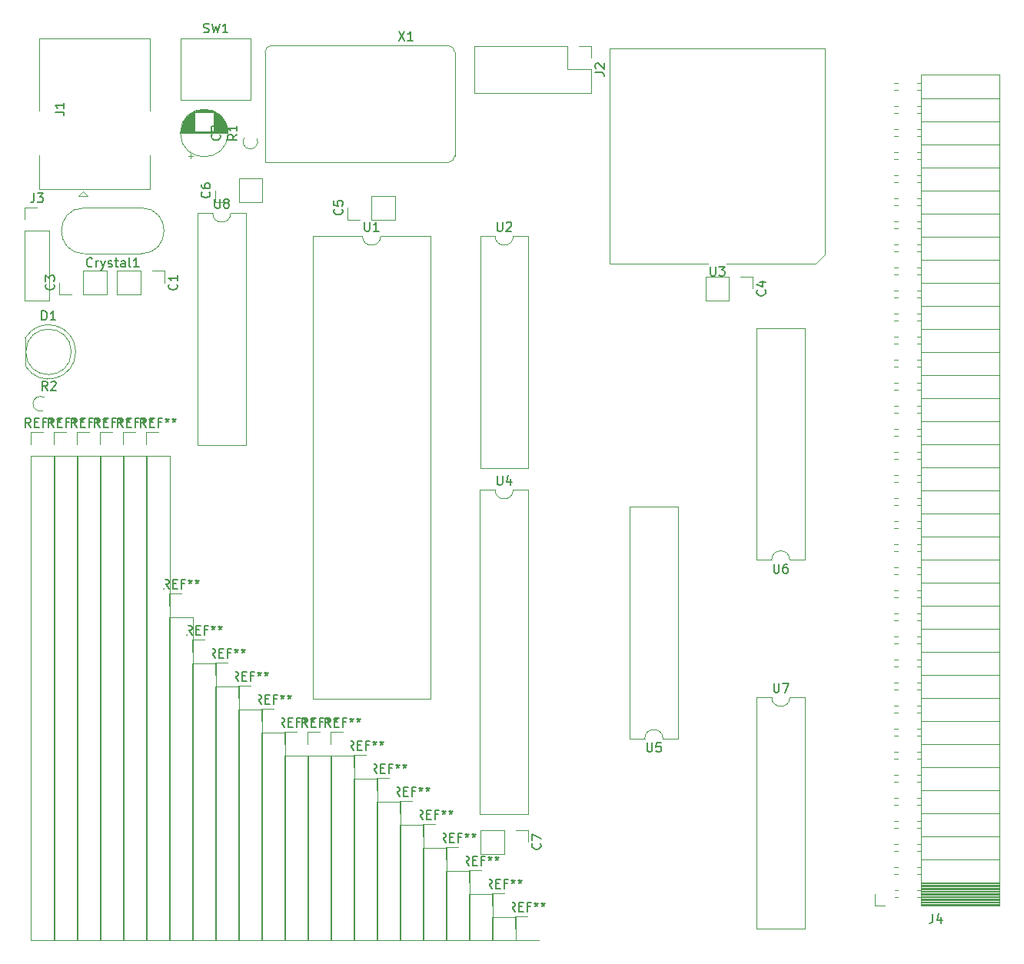
<source format=gto>
G04 #@! TF.GenerationSoftware,KiCad,Pcbnew,(6.0.1)*
G04 #@! TF.CreationDate,2023-05-10T10:19:22+02:00*
G04 #@! TF.ProjectId,VT100_MCU,56543130-305f-44d4-9355-2e6b69636164,rev?*
G04 #@! TF.SameCoordinates,Original*
G04 #@! TF.FileFunction,Legend,Top*
G04 #@! TF.FilePolarity,Positive*
%FSLAX46Y46*%
G04 Gerber Fmt 4.6, Leading zero omitted, Abs format (unit mm)*
G04 Created by KiCad (PCBNEW (6.0.1)) date 2023-05-10 10:19:22*
%MOMM*%
%LPD*%
G01*
G04 APERTURE LIST*
%ADD10C,0.150000*%
%ADD11C,0.120000*%
%ADD12R,1.700000X1.700000*%
%ADD13O,1.700000X1.700000*%
%ADD14R,1.600000X1.600000*%
%ADD15O,1.600000X1.600000*%
%ADD16R,1.800000X1.800000*%
%ADD17C,1.800000*%
%ADD18C,1.600000*%
%ADD19C,1.400000*%
%ADD20O,1.400000X1.400000*%
%ADD21C,1.500000*%
%ADD22R,1.422400X1.422400*%
%ADD23C,1.422400*%
%ADD24C,4.000000*%
G04 APERTURE END LIST*
D10*
X43751666Y-87657380D02*
X43418333Y-87181190D01*
X43180238Y-87657380D02*
X43180238Y-86657380D01*
X43561190Y-86657380D01*
X43656428Y-86705000D01*
X43704047Y-86752619D01*
X43751666Y-86847857D01*
X43751666Y-86990714D01*
X43704047Y-87085952D01*
X43656428Y-87133571D01*
X43561190Y-87181190D01*
X43180238Y-87181190D01*
X44180238Y-87133571D02*
X44513571Y-87133571D01*
X44656428Y-87657380D02*
X44180238Y-87657380D01*
X44180238Y-86657380D01*
X44656428Y-86657380D01*
X45418333Y-87133571D02*
X45085000Y-87133571D01*
X45085000Y-87657380D02*
X45085000Y-86657380D01*
X45561190Y-86657380D01*
X46085000Y-86657380D02*
X46085000Y-86895476D01*
X45846904Y-86800238D02*
X46085000Y-86895476D01*
X46323095Y-86800238D01*
X45942142Y-87085952D02*
X46085000Y-86895476D01*
X46227857Y-87085952D01*
X46846904Y-86657380D02*
X46846904Y-86895476D01*
X46608809Y-86800238D02*
X46846904Y-86895476D01*
X47085000Y-86800238D01*
X46704047Y-87085952D02*
X46846904Y-86895476D01*
X46989761Y-87085952D01*
X71691666Y-110517380D02*
X71358333Y-110041190D01*
X71120238Y-110517380D02*
X71120238Y-109517380D01*
X71501190Y-109517380D01*
X71596428Y-109565000D01*
X71644047Y-109612619D01*
X71691666Y-109707857D01*
X71691666Y-109850714D01*
X71644047Y-109945952D01*
X71596428Y-109993571D01*
X71501190Y-110041190D01*
X71120238Y-110041190D01*
X72120238Y-109993571D02*
X72453571Y-109993571D01*
X72596428Y-110517380D02*
X72120238Y-110517380D01*
X72120238Y-109517380D01*
X72596428Y-109517380D01*
X73358333Y-109993571D02*
X73025000Y-109993571D01*
X73025000Y-110517380D02*
X73025000Y-109517380D01*
X73501190Y-109517380D01*
X74025000Y-109517380D02*
X74025000Y-109755476D01*
X73786904Y-109660238D02*
X74025000Y-109755476D01*
X74263095Y-109660238D01*
X73882142Y-109945952D02*
X74025000Y-109755476D01*
X74167857Y-109945952D01*
X74786904Y-109517380D02*
X74786904Y-109755476D01*
X74548809Y-109660238D02*
X74786904Y-109755476D01*
X75025000Y-109660238D01*
X74644047Y-109945952D02*
X74786904Y-109755476D01*
X74929761Y-109945952D01*
X69743095Y-34602380D02*
X69743095Y-35411904D01*
X69790714Y-35507142D01*
X69838333Y-35554761D01*
X69933571Y-35602380D01*
X70124047Y-35602380D01*
X70219285Y-35554761D01*
X70266904Y-35507142D01*
X70314523Y-35411904D01*
X70314523Y-34602380D01*
X70743095Y-34697619D02*
X70790714Y-34650000D01*
X70885952Y-34602380D01*
X71124047Y-34602380D01*
X71219285Y-34650000D01*
X71266904Y-34697619D01*
X71314523Y-34792857D01*
X71314523Y-34888095D01*
X71266904Y-35030952D01*
X70695476Y-35602380D01*
X71314523Y-35602380D01*
X34437142Y-41441666D02*
X34484761Y-41489285D01*
X34532380Y-41632142D01*
X34532380Y-41727380D01*
X34484761Y-41870238D01*
X34389523Y-41965476D01*
X34294285Y-42013095D01*
X34103809Y-42060714D01*
X33960952Y-42060714D01*
X33770476Y-42013095D01*
X33675238Y-41965476D01*
X33580000Y-41870238D01*
X33532380Y-41727380D01*
X33532380Y-41632142D01*
X33580000Y-41489285D01*
X33627619Y-41441666D01*
X34532380Y-40489285D02*
X34532380Y-41060714D01*
X34532380Y-40775000D02*
X33532380Y-40775000D01*
X33675238Y-40870238D01*
X33770476Y-40965476D01*
X33818095Y-41060714D01*
X19581904Y-45387380D02*
X19581904Y-44387380D01*
X19820000Y-44387380D01*
X19962857Y-44435000D01*
X20058095Y-44530238D01*
X20105714Y-44625476D01*
X20153333Y-44815952D01*
X20153333Y-44958809D01*
X20105714Y-45149285D01*
X20058095Y-45244523D01*
X19962857Y-45339761D01*
X19820000Y-45387380D01*
X19581904Y-45387380D01*
X21105714Y-45387380D02*
X20534285Y-45387380D01*
X20820000Y-45387380D02*
X20820000Y-44387380D01*
X20724761Y-44530238D01*
X20629523Y-44625476D01*
X20534285Y-44673095D01*
X18351666Y-57177380D02*
X18018333Y-56701190D01*
X17780238Y-57177380D02*
X17780238Y-56177380D01*
X18161190Y-56177380D01*
X18256428Y-56225000D01*
X18304047Y-56272619D01*
X18351666Y-56367857D01*
X18351666Y-56510714D01*
X18304047Y-56605952D01*
X18256428Y-56653571D01*
X18161190Y-56701190D01*
X17780238Y-56701190D01*
X18780238Y-56653571D02*
X19113571Y-56653571D01*
X19256428Y-57177380D02*
X18780238Y-57177380D01*
X18780238Y-56177380D01*
X19256428Y-56177380D01*
X20018333Y-56653571D02*
X19685000Y-56653571D01*
X19685000Y-57177380D02*
X19685000Y-56177380D01*
X20161190Y-56177380D01*
X20685000Y-56177380D02*
X20685000Y-56415476D01*
X20446904Y-56320238D02*
X20685000Y-56415476D01*
X20923095Y-56320238D01*
X20542142Y-56605952D02*
X20685000Y-56415476D01*
X20827857Y-56605952D01*
X21446904Y-56177380D02*
X21446904Y-56415476D01*
X21208809Y-56320238D02*
X21446904Y-56415476D01*
X21685000Y-56320238D01*
X21304047Y-56605952D02*
X21446904Y-56415476D01*
X21589761Y-56605952D01*
X58880476Y-13592380D02*
X59547142Y-14592380D01*
X59547142Y-13592380D02*
X58880476Y-14592380D01*
X60451904Y-14592380D02*
X59880476Y-14592380D01*
X60166190Y-14592380D02*
X60166190Y-13592380D01*
X60070952Y-13735238D01*
X59975714Y-13830476D01*
X59880476Y-13878095D01*
X31051666Y-57177380D02*
X30718333Y-56701190D01*
X30480238Y-57177380D02*
X30480238Y-56177380D01*
X30861190Y-56177380D01*
X30956428Y-56225000D01*
X31004047Y-56272619D01*
X31051666Y-56367857D01*
X31051666Y-56510714D01*
X31004047Y-56605952D01*
X30956428Y-56653571D01*
X30861190Y-56701190D01*
X30480238Y-56701190D01*
X31480238Y-56653571D02*
X31813571Y-56653571D01*
X31956428Y-57177380D02*
X31480238Y-57177380D01*
X31480238Y-56177380D01*
X31956428Y-56177380D01*
X32718333Y-56653571D02*
X32385000Y-56653571D01*
X32385000Y-57177380D02*
X32385000Y-56177380D01*
X32861190Y-56177380D01*
X33385000Y-56177380D02*
X33385000Y-56415476D01*
X33146904Y-56320238D02*
X33385000Y-56415476D01*
X33623095Y-56320238D01*
X33242142Y-56605952D02*
X33385000Y-56415476D01*
X33527857Y-56605952D01*
X34146904Y-56177380D02*
X34146904Y-56415476D01*
X33908809Y-56320238D02*
X34146904Y-56415476D01*
X34385000Y-56320238D01*
X34004047Y-56605952D02*
X34146904Y-56415476D01*
X34289761Y-56605952D01*
X38027142Y-31281666D02*
X38074761Y-31329285D01*
X38122380Y-31472142D01*
X38122380Y-31567380D01*
X38074761Y-31710238D01*
X37979523Y-31805476D01*
X37884285Y-31853095D01*
X37693809Y-31900714D01*
X37550952Y-31900714D01*
X37360476Y-31853095D01*
X37265238Y-31805476D01*
X37170000Y-31710238D01*
X37122380Y-31567380D01*
X37122380Y-31472142D01*
X37170000Y-31329285D01*
X37217619Y-31281666D01*
X37122380Y-30424523D02*
X37122380Y-30615000D01*
X37170000Y-30710238D01*
X37217619Y-30757857D01*
X37360476Y-30853095D01*
X37550952Y-30900714D01*
X37931904Y-30900714D01*
X38027142Y-30853095D01*
X38074761Y-30805476D01*
X38122380Y-30710238D01*
X38122380Y-30519761D01*
X38074761Y-30424523D01*
X38027142Y-30376904D01*
X37931904Y-30329285D01*
X37693809Y-30329285D01*
X37598571Y-30376904D01*
X37550952Y-30424523D01*
X37503333Y-30519761D01*
X37503333Y-30710238D01*
X37550952Y-30805476D01*
X37598571Y-30853095D01*
X37693809Y-30900714D01*
X46291666Y-90197380D02*
X45958333Y-89721190D01*
X45720238Y-90197380D02*
X45720238Y-89197380D01*
X46101190Y-89197380D01*
X46196428Y-89245000D01*
X46244047Y-89292619D01*
X46291666Y-89387857D01*
X46291666Y-89530714D01*
X46244047Y-89625952D01*
X46196428Y-89673571D01*
X46101190Y-89721190D01*
X45720238Y-89721190D01*
X46720238Y-89673571D02*
X47053571Y-89673571D01*
X47196428Y-90197380D02*
X46720238Y-90197380D01*
X46720238Y-89197380D01*
X47196428Y-89197380D01*
X47958333Y-89673571D02*
X47625000Y-89673571D01*
X47625000Y-90197380D02*
X47625000Y-89197380D01*
X48101190Y-89197380D01*
X48625000Y-89197380D02*
X48625000Y-89435476D01*
X48386904Y-89340238D02*
X48625000Y-89435476D01*
X48863095Y-89340238D01*
X48482142Y-89625952D02*
X48625000Y-89435476D01*
X48767857Y-89625952D01*
X49386904Y-89197380D02*
X49386904Y-89435476D01*
X49148809Y-89340238D02*
X49386904Y-89435476D01*
X49625000Y-89340238D01*
X49244047Y-89625952D02*
X49386904Y-89435476D01*
X49529761Y-89625952D01*
X23431666Y-57177380D02*
X23098333Y-56701190D01*
X22860238Y-57177380D02*
X22860238Y-56177380D01*
X23241190Y-56177380D01*
X23336428Y-56225000D01*
X23384047Y-56272619D01*
X23431666Y-56367857D01*
X23431666Y-56510714D01*
X23384047Y-56605952D01*
X23336428Y-56653571D01*
X23241190Y-56701190D01*
X22860238Y-56701190D01*
X23860238Y-56653571D02*
X24193571Y-56653571D01*
X24336428Y-57177380D02*
X23860238Y-57177380D01*
X23860238Y-56177380D01*
X24336428Y-56177380D01*
X25098333Y-56653571D02*
X24765000Y-56653571D01*
X24765000Y-57177380D02*
X24765000Y-56177380D01*
X25241190Y-56177380D01*
X25765000Y-56177380D02*
X25765000Y-56415476D01*
X25526904Y-56320238D02*
X25765000Y-56415476D01*
X26003095Y-56320238D01*
X25622142Y-56605952D02*
X25765000Y-56415476D01*
X25907857Y-56605952D01*
X26526904Y-56177380D02*
X26526904Y-56415476D01*
X26288809Y-56320238D02*
X26526904Y-56415476D01*
X26765000Y-56320238D01*
X26384047Y-56605952D02*
X26526904Y-56415476D01*
X26669761Y-56605952D01*
X41077380Y-24951566D02*
X40601190Y-25284900D01*
X41077380Y-25522995D02*
X40077380Y-25522995D01*
X40077380Y-25142042D01*
X40125000Y-25046804D01*
X40172619Y-24999185D01*
X40267857Y-24951566D01*
X40410714Y-24951566D01*
X40505952Y-24999185D01*
X40553571Y-25046804D01*
X40601190Y-25142042D01*
X40601190Y-25522995D01*
X41077380Y-23999185D02*
X41077380Y-24570614D01*
X41077380Y-24284900D02*
X40077380Y-24284900D01*
X40220238Y-24380138D01*
X40315476Y-24475376D01*
X40363095Y-24570614D01*
X38628095Y-32062380D02*
X38628095Y-32871904D01*
X38675714Y-32967142D01*
X38723333Y-33014761D01*
X38818571Y-33062380D01*
X39009047Y-33062380D01*
X39104285Y-33014761D01*
X39151904Y-32967142D01*
X39199523Y-32871904D01*
X39199523Y-32062380D01*
X39818571Y-32490952D02*
X39723333Y-32443333D01*
X39675714Y-32395714D01*
X39628095Y-32300476D01*
X39628095Y-32252857D01*
X39675714Y-32157619D01*
X39723333Y-32110000D01*
X39818571Y-32062380D01*
X40009047Y-32062380D01*
X40104285Y-32110000D01*
X40151904Y-32157619D01*
X40199523Y-32252857D01*
X40199523Y-32300476D01*
X40151904Y-32395714D01*
X40104285Y-32443333D01*
X40009047Y-32490952D01*
X39818571Y-32490952D01*
X39723333Y-32538571D01*
X39675714Y-32586190D01*
X39628095Y-32681428D01*
X39628095Y-32871904D01*
X39675714Y-32967142D01*
X39723333Y-33014761D01*
X39818571Y-33062380D01*
X40009047Y-33062380D01*
X40104285Y-33014761D01*
X40151904Y-32967142D01*
X40199523Y-32871904D01*
X40199523Y-32681428D01*
X40151904Y-32586190D01*
X40104285Y-32538571D01*
X40009047Y-32490952D01*
X39152142Y-24951666D02*
X39199761Y-24999285D01*
X39247380Y-25142142D01*
X39247380Y-25237380D01*
X39199761Y-25380238D01*
X39104523Y-25475476D01*
X39009285Y-25523095D01*
X38818809Y-25570714D01*
X38675952Y-25570714D01*
X38485476Y-25523095D01*
X38390238Y-25475476D01*
X38295000Y-25380238D01*
X38247380Y-25237380D01*
X38247380Y-25142142D01*
X38295000Y-24999285D01*
X38342619Y-24951666D01*
X38342619Y-24570714D02*
X38295000Y-24523095D01*
X38247380Y-24427857D01*
X38247380Y-24189761D01*
X38295000Y-24094523D01*
X38342619Y-24046904D01*
X38437857Y-23999285D01*
X38533095Y-23999285D01*
X38675952Y-24046904D01*
X39247380Y-24618333D01*
X39247380Y-23999285D01*
X20198333Y-53142380D02*
X19865000Y-52666190D01*
X19626904Y-53142380D02*
X19626904Y-52142380D01*
X20007857Y-52142380D01*
X20103095Y-52190000D01*
X20150714Y-52237619D01*
X20198333Y-52332857D01*
X20198333Y-52475714D01*
X20150714Y-52570952D01*
X20103095Y-52618571D01*
X20007857Y-52666190D01*
X19626904Y-52666190D01*
X20579285Y-52237619D02*
X20626904Y-52190000D01*
X20722142Y-52142380D01*
X20960238Y-52142380D01*
X21055476Y-52190000D01*
X21103095Y-52237619D01*
X21150714Y-52332857D01*
X21150714Y-52428095D01*
X21103095Y-52570952D01*
X20531666Y-53142380D01*
X21150714Y-53142380D01*
X74457142Y-103046666D02*
X74504761Y-103094285D01*
X74552380Y-103237142D01*
X74552380Y-103332380D01*
X74504761Y-103475238D01*
X74409523Y-103570476D01*
X74314285Y-103618095D01*
X74123809Y-103665714D01*
X73980952Y-103665714D01*
X73790476Y-103618095D01*
X73695238Y-103570476D01*
X73600000Y-103475238D01*
X73552380Y-103332380D01*
X73552380Y-103237142D01*
X73600000Y-103094285D01*
X73647619Y-103046666D01*
X73552380Y-102713333D02*
X73552380Y-102046666D01*
X74552380Y-102475238D01*
X20891666Y-57177380D02*
X20558333Y-56701190D01*
X20320238Y-57177380D02*
X20320238Y-56177380D01*
X20701190Y-56177380D01*
X20796428Y-56225000D01*
X20844047Y-56272619D01*
X20891666Y-56367857D01*
X20891666Y-56510714D01*
X20844047Y-56605952D01*
X20796428Y-56653571D01*
X20701190Y-56701190D01*
X20320238Y-56701190D01*
X21320238Y-56653571D02*
X21653571Y-56653571D01*
X21796428Y-57177380D02*
X21320238Y-57177380D01*
X21320238Y-56177380D01*
X21796428Y-56177380D01*
X22558333Y-56653571D02*
X22225000Y-56653571D01*
X22225000Y-57177380D02*
X22225000Y-56177380D01*
X22701190Y-56177380D01*
X23225000Y-56177380D02*
X23225000Y-56415476D01*
X22986904Y-56320238D02*
X23225000Y-56415476D01*
X23463095Y-56320238D01*
X23082142Y-56605952D02*
X23225000Y-56415476D01*
X23367857Y-56605952D01*
X23986904Y-56177380D02*
X23986904Y-56415476D01*
X23748809Y-56320238D02*
X23986904Y-56415476D01*
X24225000Y-56320238D01*
X23844047Y-56605952D02*
X23986904Y-56415476D01*
X24129761Y-56605952D01*
X55128095Y-34597380D02*
X55128095Y-35406904D01*
X55175714Y-35502142D01*
X55223333Y-35549761D01*
X55318571Y-35597380D01*
X55509047Y-35597380D01*
X55604285Y-35549761D01*
X55651904Y-35502142D01*
X55699523Y-35406904D01*
X55699523Y-34597380D01*
X56699523Y-35597380D02*
X56128095Y-35597380D01*
X56413809Y-35597380D02*
X56413809Y-34597380D01*
X56318571Y-34740238D01*
X56223333Y-34835476D01*
X56128095Y-34883095D01*
X66611666Y-105437380D02*
X66278333Y-104961190D01*
X66040238Y-105437380D02*
X66040238Y-104437380D01*
X66421190Y-104437380D01*
X66516428Y-104485000D01*
X66564047Y-104532619D01*
X66611666Y-104627857D01*
X66611666Y-104770714D01*
X66564047Y-104865952D01*
X66516428Y-104913571D01*
X66421190Y-104961190D01*
X66040238Y-104961190D01*
X67040238Y-104913571D02*
X67373571Y-104913571D01*
X67516428Y-105437380D02*
X67040238Y-105437380D01*
X67040238Y-104437380D01*
X67516428Y-104437380D01*
X68278333Y-104913571D02*
X67945000Y-104913571D01*
X67945000Y-105437380D02*
X67945000Y-104437380D01*
X68421190Y-104437380D01*
X68945000Y-104437380D02*
X68945000Y-104675476D01*
X68706904Y-104580238D02*
X68945000Y-104675476D01*
X69183095Y-104580238D01*
X68802142Y-104865952D02*
X68945000Y-104675476D01*
X69087857Y-104865952D01*
X69706904Y-104437380D02*
X69706904Y-104675476D01*
X69468809Y-104580238D02*
X69706904Y-104675476D01*
X69945000Y-104580238D01*
X69564047Y-104865952D02*
X69706904Y-104675476D01*
X69849761Y-104865952D01*
X28511666Y-57177380D02*
X28178333Y-56701190D01*
X27940238Y-57177380D02*
X27940238Y-56177380D01*
X28321190Y-56177380D01*
X28416428Y-56225000D01*
X28464047Y-56272619D01*
X28511666Y-56367857D01*
X28511666Y-56510714D01*
X28464047Y-56605952D01*
X28416428Y-56653571D01*
X28321190Y-56701190D01*
X27940238Y-56701190D01*
X28940238Y-56653571D02*
X29273571Y-56653571D01*
X29416428Y-57177380D02*
X28940238Y-57177380D01*
X28940238Y-56177380D01*
X29416428Y-56177380D01*
X30178333Y-56653571D02*
X29845000Y-56653571D01*
X29845000Y-57177380D02*
X29845000Y-56177380D01*
X30321190Y-56177380D01*
X30845000Y-56177380D02*
X30845000Y-56415476D01*
X30606904Y-56320238D02*
X30845000Y-56415476D01*
X31083095Y-56320238D01*
X30702142Y-56605952D02*
X30845000Y-56415476D01*
X30987857Y-56605952D01*
X31606904Y-56177380D02*
X31606904Y-56415476D01*
X31368809Y-56320238D02*
X31606904Y-56415476D01*
X31845000Y-56320238D01*
X31464047Y-56605952D02*
X31606904Y-56415476D01*
X31749761Y-56605952D01*
X25971666Y-57177380D02*
X25638333Y-56701190D01*
X25400238Y-57177380D02*
X25400238Y-56177380D01*
X25781190Y-56177380D01*
X25876428Y-56225000D01*
X25924047Y-56272619D01*
X25971666Y-56367857D01*
X25971666Y-56510714D01*
X25924047Y-56605952D01*
X25876428Y-56653571D01*
X25781190Y-56701190D01*
X25400238Y-56701190D01*
X26400238Y-56653571D02*
X26733571Y-56653571D01*
X26876428Y-57177380D02*
X26400238Y-57177380D01*
X26400238Y-56177380D01*
X26876428Y-56177380D01*
X27638333Y-56653571D02*
X27305000Y-56653571D01*
X27305000Y-57177380D02*
X27305000Y-56177380D01*
X27781190Y-56177380D01*
X28305000Y-56177380D02*
X28305000Y-56415476D01*
X28066904Y-56320238D02*
X28305000Y-56415476D01*
X28543095Y-56320238D01*
X28162142Y-56605952D02*
X28305000Y-56415476D01*
X28447857Y-56605952D01*
X29066904Y-56177380D02*
X29066904Y-56415476D01*
X28828809Y-56320238D02*
X29066904Y-56415476D01*
X29305000Y-56320238D01*
X28924047Y-56605952D02*
X29066904Y-56415476D01*
X29209761Y-56605952D01*
X80522380Y-18113333D02*
X81236666Y-18113333D01*
X81379523Y-18160952D01*
X81474761Y-18256190D01*
X81522380Y-18399047D01*
X81522380Y-18494285D01*
X80617619Y-17684761D02*
X80570000Y-17637142D01*
X80522380Y-17541904D01*
X80522380Y-17303809D01*
X80570000Y-17208571D01*
X80617619Y-17160952D01*
X80712857Y-17113333D01*
X80808095Y-17113333D01*
X80950952Y-17160952D01*
X81522380Y-17732380D01*
X81522380Y-17113333D01*
X25128095Y-39442142D02*
X25080476Y-39489761D01*
X24937619Y-39537380D01*
X24842380Y-39537380D01*
X24699523Y-39489761D01*
X24604285Y-39394523D01*
X24556666Y-39299285D01*
X24509047Y-39108809D01*
X24509047Y-38965952D01*
X24556666Y-38775476D01*
X24604285Y-38680238D01*
X24699523Y-38585000D01*
X24842380Y-38537380D01*
X24937619Y-38537380D01*
X25080476Y-38585000D01*
X25128095Y-38632619D01*
X25556666Y-39537380D02*
X25556666Y-38870714D01*
X25556666Y-39061190D02*
X25604285Y-38965952D01*
X25651904Y-38918333D01*
X25747142Y-38870714D01*
X25842380Y-38870714D01*
X26080476Y-38870714D02*
X26318571Y-39537380D01*
X26556666Y-38870714D02*
X26318571Y-39537380D01*
X26223333Y-39775476D01*
X26175714Y-39823095D01*
X26080476Y-39870714D01*
X26890000Y-39489761D02*
X26985238Y-39537380D01*
X27175714Y-39537380D01*
X27270952Y-39489761D01*
X27318571Y-39394523D01*
X27318571Y-39346904D01*
X27270952Y-39251666D01*
X27175714Y-39204047D01*
X27032857Y-39204047D01*
X26937619Y-39156428D01*
X26890000Y-39061190D01*
X26890000Y-39013571D01*
X26937619Y-38918333D01*
X27032857Y-38870714D01*
X27175714Y-38870714D01*
X27270952Y-38918333D01*
X27604285Y-38870714D02*
X27985238Y-38870714D01*
X27747142Y-38537380D02*
X27747142Y-39394523D01*
X27794761Y-39489761D01*
X27890000Y-39537380D01*
X27985238Y-39537380D01*
X28747142Y-39537380D02*
X28747142Y-39013571D01*
X28699523Y-38918333D01*
X28604285Y-38870714D01*
X28413809Y-38870714D01*
X28318571Y-38918333D01*
X28747142Y-39489761D02*
X28651904Y-39537380D01*
X28413809Y-39537380D01*
X28318571Y-39489761D01*
X28270952Y-39394523D01*
X28270952Y-39299285D01*
X28318571Y-39204047D01*
X28413809Y-39156428D01*
X28651904Y-39156428D01*
X28747142Y-39108809D01*
X29366190Y-39537380D02*
X29270952Y-39489761D01*
X29223333Y-39394523D01*
X29223333Y-38537380D01*
X30270952Y-39537380D02*
X29699523Y-39537380D01*
X29985238Y-39537380D02*
X29985238Y-38537380D01*
X29890000Y-38680238D01*
X29794761Y-38775476D01*
X29699523Y-38823095D01*
X61531666Y-100357380D02*
X61198333Y-99881190D01*
X60960238Y-100357380D02*
X60960238Y-99357380D01*
X61341190Y-99357380D01*
X61436428Y-99405000D01*
X61484047Y-99452619D01*
X61531666Y-99547857D01*
X61531666Y-99690714D01*
X61484047Y-99785952D01*
X61436428Y-99833571D01*
X61341190Y-99881190D01*
X60960238Y-99881190D01*
X61960238Y-99833571D02*
X62293571Y-99833571D01*
X62436428Y-100357380D02*
X61960238Y-100357380D01*
X61960238Y-99357380D01*
X62436428Y-99357380D01*
X63198333Y-99833571D02*
X62865000Y-99833571D01*
X62865000Y-100357380D02*
X62865000Y-99357380D01*
X63341190Y-99357380D01*
X63865000Y-99357380D02*
X63865000Y-99595476D01*
X63626904Y-99500238D02*
X63865000Y-99595476D01*
X64103095Y-99500238D01*
X63722142Y-99785952D02*
X63865000Y-99595476D01*
X64007857Y-99785952D01*
X64626904Y-99357380D02*
X64626904Y-99595476D01*
X64388809Y-99500238D02*
X64626904Y-99595476D01*
X64865000Y-99500238D01*
X64484047Y-99785952D02*
X64626904Y-99595476D01*
X64769761Y-99785952D01*
X64071666Y-102897380D02*
X63738333Y-102421190D01*
X63500238Y-102897380D02*
X63500238Y-101897380D01*
X63881190Y-101897380D01*
X63976428Y-101945000D01*
X64024047Y-101992619D01*
X64071666Y-102087857D01*
X64071666Y-102230714D01*
X64024047Y-102325952D01*
X63976428Y-102373571D01*
X63881190Y-102421190D01*
X63500238Y-102421190D01*
X64500238Y-102373571D02*
X64833571Y-102373571D01*
X64976428Y-102897380D02*
X64500238Y-102897380D01*
X64500238Y-101897380D01*
X64976428Y-101897380D01*
X65738333Y-102373571D02*
X65405000Y-102373571D01*
X65405000Y-102897380D02*
X65405000Y-101897380D01*
X65881190Y-101897380D01*
X66405000Y-101897380D02*
X66405000Y-102135476D01*
X66166904Y-102040238D02*
X66405000Y-102135476D01*
X66643095Y-102040238D01*
X66262142Y-102325952D02*
X66405000Y-102135476D01*
X66547857Y-102325952D01*
X67166904Y-101897380D02*
X67166904Y-102135476D01*
X66928809Y-102040238D02*
X67166904Y-102135476D01*
X67405000Y-102040238D01*
X67024047Y-102325952D02*
X67166904Y-102135476D01*
X67309761Y-102325952D01*
X48831666Y-90197380D02*
X48498333Y-89721190D01*
X48260238Y-90197380D02*
X48260238Y-89197380D01*
X48641190Y-89197380D01*
X48736428Y-89245000D01*
X48784047Y-89292619D01*
X48831666Y-89387857D01*
X48831666Y-89530714D01*
X48784047Y-89625952D01*
X48736428Y-89673571D01*
X48641190Y-89721190D01*
X48260238Y-89721190D01*
X49260238Y-89673571D02*
X49593571Y-89673571D01*
X49736428Y-90197380D02*
X49260238Y-90197380D01*
X49260238Y-89197380D01*
X49736428Y-89197380D01*
X50498333Y-89673571D02*
X50165000Y-89673571D01*
X50165000Y-90197380D02*
X50165000Y-89197380D01*
X50641190Y-89197380D01*
X51165000Y-89197380D02*
X51165000Y-89435476D01*
X50926904Y-89340238D02*
X51165000Y-89435476D01*
X51403095Y-89340238D01*
X51022142Y-89625952D02*
X51165000Y-89435476D01*
X51307857Y-89625952D01*
X51926904Y-89197380D02*
X51926904Y-89435476D01*
X51688809Y-89340238D02*
X51926904Y-89435476D01*
X52165000Y-89340238D01*
X51784047Y-89625952D02*
X51926904Y-89435476D01*
X52069761Y-89625952D01*
X99222142Y-42086666D02*
X99269761Y-42134285D01*
X99317380Y-42277142D01*
X99317380Y-42372380D01*
X99269761Y-42515238D01*
X99174523Y-42610476D01*
X99079285Y-42658095D01*
X98888809Y-42705714D01*
X98745952Y-42705714D01*
X98555476Y-42658095D01*
X98460238Y-42610476D01*
X98365000Y-42515238D01*
X98317380Y-42372380D01*
X98317380Y-42277142D01*
X98365000Y-42134285D01*
X98412619Y-42086666D01*
X98650714Y-41229523D02*
X99317380Y-41229523D01*
X98269761Y-41467619D02*
X98984047Y-41705714D01*
X98984047Y-41086666D01*
X69151666Y-107977380D02*
X68818333Y-107501190D01*
X68580238Y-107977380D02*
X68580238Y-106977380D01*
X68961190Y-106977380D01*
X69056428Y-107025000D01*
X69104047Y-107072619D01*
X69151666Y-107167857D01*
X69151666Y-107310714D01*
X69104047Y-107405952D01*
X69056428Y-107453571D01*
X68961190Y-107501190D01*
X68580238Y-107501190D01*
X69580238Y-107453571D02*
X69913571Y-107453571D01*
X70056428Y-107977380D02*
X69580238Y-107977380D01*
X69580238Y-106977380D01*
X70056428Y-106977380D01*
X70818333Y-107453571D02*
X70485000Y-107453571D01*
X70485000Y-107977380D02*
X70485000Y-106977380D01*
X70961190Y-106977380D01*
X71485000Y-106977380D02*
X71485000Y-107215476D01*
X71246904Y-107120238D02*
X71485000Y-107215476D01*
X71723095Y-107120238D01*
X71342142Y-107405952D02*
X71485000Y-107215476D01*
X71627857Y-107405952D01*
X72246904Y-106977380D02*
X72246904Y-107215476D01*
X72008809Y-107120238D02*
X72246904Y-107215476D01*
X72485000Y-107120238D01*
X72104047Y-107405952D02*
X72246904Y-107215476D01*
X72389761Y-107405952D01*
X52637142Y-33186666D02*
X52684761Y-33234285D01*
X52732380Y-33377142D01*
X52732380Y-33472380D01*
X52684761Y-33615238D01*
X52589523Y-33710476D01*
X52494285Y-33758095D01*
X52303809Y-33805714D01*
X52160952Y-33805714D01*
X51970476Y-33758095D01*
X51875238Y-33710476D01*
X51780000Y-33615238D01*
X51732380Y-33472380D01*
X51732380Y-33377142D01*
X51780000Y-33234285D01*
X51827619Y-33186666D01*
X51732380Y-32281904D02*
X51732380Y-32758095D01*
X52208571Y-32805714D01*
X52160952Y-32758095D01*
X52113333Y-32662857D01*
X52113333Y-32424761D01*
X52160952Y-32329523D01*
X52208571Y-32281904D01*
X52303809Y-32234285D01*
X52541904Y-32234285D01*
X52637142Y-32281904D01*
X52684761Y-32329523D01*
X52732380Y-32424761D01*
X52732380Y-32662857D01*
X52684761Y-32758095D01*
X52637142Y-32805714D01*
X86223095Y-91947380D02*
X86223095Y-92756904D01*
X86270714Y-92852142D01*
X86318333Y-92899761D01*
X86413571Y-92947380D01*
X86604047Y-92947380D01*
X86699285Y-92899761D01*
X86746904Y-92852142D01*
X86794523Y-92756904D01*
X86794523Y-91947380D01*
X87746904Y-91947380D02*
X87270714Y-91947380D01*
X87223095Y-92423571D01*
X87270714Y-92375952D01*
X87365952Y-92328333D01*
X87604047Y-92328333D01*
X87699285Y-92375952D01*
X87746904Y-92423571D01*
X87794523Y-92518809D01*
X87794523Y-92756904D01*
X87746904Y-92852142D01*
X87699285Y-92899761D01*
X87604047Y-92947380D01*
X87365952Y-92947380D01*
X87270714Y-92899761D01*
X87223095Y-92852142D01*
X58991666Y-97817380D02*
X58658333Y-97341190D01*
X58420238Y-97817380D02*
X58420238Y-96817380D01*
X58801190Y-96817380D01*
X58896428Y-96865000D01*
X58944047Y-96912619D01*
X58991666Y-97007857D01*
X58991666Y-97150714D01*
X58944047Y-97245952D01*
X58896428Y-97293571D01*
X58801190Y-97341190D01*
X58420238Y-97341190D01*
X59420238Y-97293571D02*
X59753571Y-97293571D01*
X59896428Y-97817380D02*
X59420238Y-97817380D01*
X59420238Y-96817380D01*
X59896428Y-96817380D01*
X60658333Y-97293571D02*
X60325000Y-97293571D01*
X60325000Y-97817380D02*
X60325000Y-96817380D01*
X60801190Y-96817380D01*
X61325000Y-96817380D02*
X61325000Y-97055476D01*
X61086904Y-96960238D02*
X61325000Y-97055476D01*
X61563095Y-96960238D01*
X61182142Y-97245952D02*
X61325000Y-97055476D01*
X61467857Y-97245952D01*
X62086904Y-96817380D02*
X62086904Y-97055476D01*
X61848809Y-96960238D02*
X62086904Y-97055476D01*
X62325000Y-96960238D01*
X61944047Y-97245952D02*
X62086904Y-97055476D01*
X62229761Y-97245952D01*
X56451666Y-95277380D02*
X56118333Y-94801190D01*
X55880238Y-95277380D02*
X55880238Y-94277380D01*
X56261190Y-94277380D01*
X56356428Y-94325000D01*
X56404047Y-94372619D01*
X56451666Y-94467857D01*
X56451666Y-94610714D01*
X56404047Y-94705952D01*
X56356428Y-94753571D01*
X56261190Y-94801190D01*
X55880238Y-94801190D01*
X56880238Y-94753571D02*
X57213571Y-94753571D01*
X57356428Y-95277380D02*
X56880238Y-95277380D01*
X56880238Y-94277380D01*
X57356428Y-94277380D01*
X58118333Y-94753571D02*
X57785000Y-94753571D01*
X57785000Y-95277380D02*
X57785000Y-94277380D01*
X58261190Y-94277380D01*
X58785000Y-94277380D02*
X58785000Y-94515476D01*
X58546904Y-94420238D02*
X58785000Y-94515476D01*
X59023095Y-94420238D01*
X58642142Y-94705952D02*
X58785000Y-94515476D01*
X58927857Y-94705952D01*
X59546904Y-94277380D02*
X59546904Y-94515476D01*
X59308809Y-94420238D02*
X59546904Y-94515476D01*
X59785000Y-94420238D01*
X59404047Y-94705952D02*
X59546904Y-94515476D01*
X59689761Y-94705952D01*
X93218095Y-39507380D02*
X93218095Y-40316904D01*
X93265714Y-40412142D01*
X93313333Y-40459761D01*
X93408571Y-40507380D01*
X93599047Y-40507380D01*
X93694285Y-40459761D01*
X93741904Y-40412142D01*
X93789523Y-40316904D01*
X93789523Y-39507380D01*
X94170476Y-39507380D02*
X94789523Y-39507380D01*
X94456190Y-39888333D01*
X94599047Y-39888333D01*
X94694285Y-39935952D01*
X94741904Y-39983571D01*
X94789523Y-40078809D01*
X94789523Y-40316904D01*
X94741904Y-40412142D01*
X94694285Y-40459761D01*
X94599047Y-40507380D01*
X94313333Y-40507380D01*
X94218095Y-40459761D01*
X94170476Y-40412142D01*
X41211666Y-85117380D02*
X40878333Y-84641190D01*
X40640238Y-85117380D02*
X40640238Y-84117380D01*
X41021190Y-84117380D01*
X41116428Y-84165000D01*
X41164047Y-84212619D01*
X41211666Y-84307857D01*
X41211666Y-84450714D01*
X41164047Y-84545952D01*
X41116428Y-84593571D01*
X41021190Y-84641190D01*
X40640238Y-84641190D01*
X41640238Y-84593571D02*
X41973571Y-84593571D01*
X42116428Y-85117380D02*
X41640238Y-85117380D01*
X41640238Y-84117380D01*
X42116428Y-84117380D01*
X42878333Y-84593571D02*
X42545000Y-84593571D01*
X42545000Y-85117380D02*
X42545000Y-84117380D01*
X43021190Y-84117380D01*
X43545000Y-84117380D02*
X43545000Y-84355476D01*
X43306904Y-84260238D02*
X43545000Y-84355476D01*
X43783095Y-84260238D01*
X43402142Y-84545952D02*
X43545000Y-84355476D01*
X43687857Y-84545952D01*
X44306904Y-84117380D02*
X44306904Y-84355476D01*
X44068809Y-84260238D02*
X44306904Y-84355476D01*
X44545000Y-84260238D01*
X44164047Y-84545952D02*
X44306904Y-84355476D01*
X44449761Y-84545952D01*
X100203095Y-85387380D02*
X100203095Y-86196904D01*
X100250714Y-86292142D01*
X100298333Y-86339761D01*
X100393571Y-86387380D01*
X100584047Y-86387380D01*
X100679285Y-86339761D01*
X100726904Y-86292142D01*
X100774523Y-86196904D01*
X100774523Y-85387380D01*
X101155476Y-85387380D02*
X101822142Y-85387380D01*
X101393571Y-86387380D01*
X38671666Y-82577380D02*
X38338333Y-82101190D01*
X38100238Y-82577380D02*
X38100238Y-81577380D01*
X38481190Y-81577380D01*
X38576428Y-81625000D01*
X38624047Y-81672619D01*
X38671666Y-81767857D01*
X38671666Y-81910714D01*
X38624047Y-82005952D01*
X38576428Y-82053571D01*
X38481190Y-82101190D01*
X38100238Y-82101190D01*
X39100238Y-82053571D02*
X39433571Y-82053571D01*
X39576428Y-82577380D02*
X39100238Y-82577380D01*
X39100238Y-81577380D01*
X39576428Y-81577380D01*
X40338333Y-82053571D02*
X40005000Y-82053571D01*
X40005000Y-82577380D02*
X40005000Y-81577380D01*
X40481190Y-81577380D01*
X41005000Y-81577380D02*
X41005000Y-81815476D01*
X40766904Y-81720238D02*
X41005000Y-81815476D01*
X41243095Y-81720238D01*
X40862142Y-82005952D02*
X41005000Y-81815476D01*
X41147857Y-82005952D01*
X41766904Y-81577380D02*
X41766904Y-81815476D01*
X41528809Y-81720238D02*
X41766904Y-81815476D01*
X42005000Y-81720238D01*
X41624047Y-82005952D02*
X41766904Y-81815476D01*
X41909761Y-82005952D01*
X69733095Y-62537380D02*
X69733095Y-63346904D01*
X69780714Y-63442142D01*
X69828333Y-63489761D01*
X69923571Y-63537380D01*
X70114047Y-63537380D01*
X70209285Y-63489761D01*
X70256904Y-63442142D01*
X70304523Y-63346904D01*
X70304523Y-62537380D01*
X71209285Y-62870714D02*
X71209285Y-63537380D01*
X70971190Y-62489761D02*
X70733095Y-63204047D01*
X71352142Y-63204047D01*
X37401666Y-13684761D02*
X37544523Y-13732380D01*
X37782619Y-13732380D01*
X37877857Y-13684761D01*
X37925476Y-13637142D01*
X37973095Y-13541904D01*
X37973095Y-13446666D01*
X37925476Y-13351428D01*
X37877857Y-13303809D01*
X37782619Y-13256190D01*
X37592142Y-13208571D01*
X37496904Y-13160952D01*
X37449285Y-13113333D01*
X37401666Y-13018095D01*
X37401666Y-12922857D01*
X37449285Y-12827619D01*
X37496904Y-12780000D01*
X37592142Y-12732380D01*
X37830238Y-12732380D01*
X37973095Y-12780000D01*
X38306428Y-12732380D02*
X38544523Y-13732380D01*
X38735000Y-13018095D01*
X38925476Y-13732380D01*
X39163571Y-12732380D01*
X40068333Y-13732380D02*
X39496904Y-13732380D01*
X39782619Y-13732380D02*
X39782619Y-12732380D01*
X39687380Y-12875238D01*
X39592142Y-12970476D01*
X39496904Y-13018095D01*
X100193095Y-72267380D02*
X100193095Y-73076904D01*
X100240714Y-73172142D01*
X100288333Y-73219761D01*
X100383571Y-73267380D01*
X100574047Y-73267380D01*
X100669285Y-73219761D01*
X100716904Y-73172142D01*
X100764523Y-73076904D01*
X100764523Y-72267380D01*
X101669285Y-72267380D02*
X101478809Y-72267380D01*
X101383571Y-72315000D01*
X101335952Y-72362619D01*
X101240714Y-72505476D01*
X101193095Y-72695952D01*
X101193095Y-73076904D01*
X101240714Y-73172142D01*
X101288333Y-73219761D01*
X101383571Y-73267380D01*
X101574047Y-73267380D01*
X101669285Y-73219761D01*
X101716904Y-73172142D01*
X101764523Y-73076904D01*
X101764523Y-72838809D01*
X101716904Y-72743571D01*
X101669285Y-72695952D01*
X101574047Y-72648333D01*
X101383571Y-72648333D01*
X101288333Y-72695952D01*
X101240714Y-72743571D01*
X101193095Y-72838809D01*
X18716666Y-31422380D02*
X18716666Y-32136666D01*
X18669047Y-32279523D01*
X18573809Y-32374761D01*
X18430952Y-32422380D01*
X18335714Y-32422380D01*
X19097619Y-31422380D02*
X19716666Y-31422380D01*
X19383333Y-31803333D01*
X19526190Y-31803333D01*
X19621428Y-31850952D01*
X19669047Y-31898571D01*
X19716666Y-31993809D01*
X19716666Y-32231904D01*
X19669047Y-32327142D01*
X19621428Y-32374761D01*
X19526190Y-32422380D01*
X19240476Y-32422380D01*
X19145238Y-32374761D01*
X19097619Y-32327142D01*
X53911666Y-92737380D02*
X53578333Y-92261190D01*
X53340238Y-92737380D02*
X53340238Y-91737380D01*
X53721190Y-91737380D01*
X53816428Y-91785000D01*
X53864047Y-91832619D01*
X53911666Y-91927857D01*
X53911666Y-92070714D01*
X53864047Y-92165952D01*
X53816428Y-92213571D01*
X53721190Y-92261190D01*
X53340238Y-92261190D01*
X54340238Y-92213571D02*
X54673571Y-92213571D01*
X54816428Y-92737380D02*
X54340238Y-92737380D01*
X54340238Y-91737380D01*
X54816428Y-91737380D01*
X55578333Y-92213571D02*
X55245000Y-92213571D01*
X55245000Y-92737380D02*
X55245000Y-91737380D01*
X55721190Y-91737380D01*
X56245000Y-91737380D02*
X56245000Y-91975476D01*
X56006904Y-91880238D02*
X56245000Y-91975476D01*
X56483095Y-91880238D01*
X56102142Y-92165952D02*
X56245000Y-91975476D01*
X56387857Y-92165952D01*
X57006904Y-91737380D02*
X57006904Y-91975476D01*
X56768809Y-91880238D02*
X57006904Y-91975476D01*
X57245000Y-91880238D01*
X56864047Y-92165952D02*
X57006904Y-91975476D01*
X57149761Y-92165952D01*
X20882142Y-41441666D02*
X20929761Y-41489285D01*
X20977380Y-41632142D01*
X20977380Y-41727380D01*
X20929761Y-41870238D01*
X20834523Y-41965476D01*
X20739285Y-42013095D01*
X20548809Y-42060714D01*
X20405952Y-42060714D01*
X20215476Y-42013095D01*
X20120238Y-41965476D01*
X20025000Y-41870238D01*
X19977380Y-41727380D01*
X19977380Y-41632142D01*
X20025000Y-41489285D01*
X20072619Y-41441666D01*
X19977380Y-41108333D02*
X19977380Y-40489285D01*
X20358333Y-40822619D01*
X20358333Y-40679761D01*
X20405952Y-40584523D01*
X20453571Y-40536904D01*
X20548809Y-40489285D01*
X20786904Y-40489285D01*
X20882142Y-40536904D01*
X20929761Y-40584523D01*
X20977380Y-40679761D01*
X20977380Y-40965476D01*
X20929761Y-41060714D01*
X20882142Y-41108333D01*
X51371666Y-90197380D02*
X51038333Y-89721190D01*
X50800238Y-90197380D02*
X50800238Y-89197380D01*
X51181190Y-89197380D01*
X51276428Y-89245000D01*
X51324047Y-89292619D01*
X51371666Y-89387857D01*
X51371666Y-89530714D01*
X51324047Y-89625952D01*
X51276428Y-89673571D01*
X51181190Y-89721190D01*
X50800238Y-89721190D01*
X51800238Y-89673571D02*
X52133571Y-89673571D01*
X52276428Y-90197380D02*
X51800238Y-90197380D01*
X51800238Y-89197380D01*
X52276428Y-89197380D01*
X53038333Y-89673571D02*
X52705000Y-89673571D01*
X52705000Y-90197380D02*
X52705000Y-89197380D01*
X53181190Y-89197380D01*
X53705000Y-89197380D02*
X53705000Y-89435476D01*
X53466904Y-89340238D02*
X53705000Y-89435476D01*
X53943095Y-89340238D01*
X53562142Y-89625952D02*
X53705000Y-89435476D01*
X53847857Y-89625952D01*
X54466904Y-89197380D02*
X54466904Y-89435476D01*
X54228809Y-89340238D02*
X54466904Y-89435476D01*
X54705000Y-89340238D01*
X54324047Y-89625952D02*
X54466904Y-89435476D01*
X54609761Y-89625952D01*
X117711666Y-110807380D02*
X117711666Y-111521666D01*
X117664047Y-111664523D01*
X117568809Y-111759761D01*
X117425952Y-111807380D01*
X117330714Y-111807380D01*
X118616428Y-111140714D02*
X118616428Y-111807380D01*
X118378333Y-110759761D02*
X118140238Y-111474047D01*
X118759285Y-111474047D01*
X33591666Y-74957380D02*
X33258333Y-74481190D01*
X33020238Y-74957380D02*
X33020238Y-73957380D01*
X33401190Y-73957380D01*
X33496428Y-74005000D01*
X33544047Y-74052619D01*
X33591666Y-74147857D01*
X33591666Y-74290714D01*
X33544047Y-74385952D01*
X33496428Y-74433571D01*
X33401190Y-74481190D01*
X33020238Y-74481190D01*
X34020238Y-74433571D02*
X34353571Y-74433571D01*
X34496428Y-74957380D02*
X34020238Y-74957380D01*
X34020238Y-73957380D01*
X34496428Y-73957380D01*
X35258333Y-74433571D02*
X34925000Y-74433571D01*
X34925000Y-74957380D02*
X34925000Y-73957380D01*
X35401190Y-73957380D01*
X35925000Y-73957380D02*
X35925000Y-74195476D01*
X35686904Y-74100238D02*
X35925000Y-74195476D01*
X36163095Y-74100238D01*
X35782142Y-74385952D02*
X35925000Y-74195476D01*
X36067857Y-74385952D01*
X36686904Y-73957380D02*
X36686904Y-74195476D01*
X36448809Y-74100238D02*
X36686904Y-74195476D01*
X36925000Y-74100238D01*
X36544047Y-74385952D02*
X36686904Y-74195476D01*
X36829761Y-74385952D01*
X36131666Y-80037380D02*
X35798333Y-79561190D01*
X35560238Y-80037380D02*
X35560238Y-79037380D01*
X35941190Y-79037380D01*
X36036428Y-79085000D01*
X36084047Y-79132619D01*
X36131666Y-79227857D01*
X36131666Y-79370714D01*
X36084047Y-79465952D01*
X36036428Y-79513571D01*
X35941190Y-79561190D01*
X35560238Y-79561190D01*
X36560238Y-79513571D02*
X36893571Y-79513571D01*
X37036428Y-80037380D02*
X36560238Y-80037380D01*
X36560238Y-79037380D01*
X37036428Y-79037380D01*
X37798333Y-79513571D02*
X37465000Y-79513571D01*
X37465000Y-80037380D02*
X37465000Y-79037380D01*
X37941190Y-79037380D01*
X38465000Y-79037380D02*
X38465000Y-79275476D01*
X38226904Y-79180238D02*
X38465000Y-79275476D01*
X38703095Y-79180238D01*
X38322142Y-79465952D02*
X38465000Y-79275476D01*
X38607857Y-79465952D01*
X39226904Y-79037380D02*
X39226904Y-79275476D01*
X38988809Y-79180238D02*
X39226904Y-79275476D01*
X39465000Y-79180238D01*
X39084047Y-79465952D02*
X39226904Y-79275476D01*
X39369761Y-79465952D01*
X21032380Y-22480833D02*
X21746666Y-22480833D01*
X21889523Y-22528452D01*
X21984761Y-22623690D01*
X22032380Y-22766547D01*
X22032380Y-22861785D01*
X22032380Y-21480833D02*
X22032380Y-22052261D01*
X22032380Y-21766547D02*
X21032380Y-21766547D01*
X21175238Y-21861785D01*
X21270476Y-21957023D01*
X21318095Y-22052261D01*
D11*
X43755000Y-89535000D02*
X43755000Y-88205000D01*
X43755000Y-90805000D02*
X46415000Y-90805000D01*
X43755000Y-113725000D02*
X46415000Y-113725000D01*
X43755000Y-88205000D02*
X45085000Y-88205000D01*
X43755000Y-90805000D02*
X43755000Y-113725000D01*
X46415000Y-90805000D02*
X46415000Y-113725000D01*
X71695000Y-113725000D02*
X74355000Y-113725000D01*
X71695000Y-112395000D02*
X71695000Y-111065000D01*
X74355000Y-113665000D02*
X74355000Y-113725000D01*
X71695000Y-111065000D02*
X73025000Y-111065000D01*
X71695000Y-113665000D02*
X71695000Y-113725000D01*
X71695000Y-113665000D02*
X74355000Y-113665000D01*
X69505000Y-36150000D02*
X67855000Y-36150000D01*
X67855000Y-61670000D02*
X73155000Y-61670000D01*
X73155000Y-61670000D02*
X73155000Y-36150000D01*
X67855000Y-36150000D02*
X67855000Y-61670000D01*
X73155000Y-36150000D02*
X71505000Y-36150000D01*
X69505000Y-36150000D02*
G75*
G03*
X71505000Y-36150000I1000000J0D01*
G01*
X27880000Y-39945000D02*
X27880000Y-42605000D01*
X30480000Y-39945000D02*
X27880000Y-39945000D01*
X31750000Y-39945000D02*
X33080000Y-39945000D01*
X30480000Y-42605000D02*
X27880000Y-42605000D01*
X30480000Y-39945000D02*
X30480000Y-42605000D01*
X33080000Y-39945000D02*
X33080000Y-41275000D01*
X17760000Y-47350000D02*
X17760000Y-50440000D01*
X17760000Y-50439830D02*
G75*
G03*
X23310000Y-48894538I2560000J1544830D01*
G01*
X23310000Y-48895462D02*
G75*
G03*
X17760000Y-47350170I-2990000J462D01*
G01*
X22820000Y-48895000D02*
G75*
G03*
X22820000Y-48895000I-2500000J0D01*
G01*
X21015000Y-60325000D02*
X21015000Y-113725000D01*
X18355000Y-60325000D02*
X18355000Y-113725000D01*
X18355000Y-57725000D02*
X19685000Y-57725000D01*
X18355000Y-59055000D02*
X18355000Y-57725000D01*
X18355000Y-60325000D02*
X21015000Y-60325000D01*
X18355000Y-113725000D02*
X21015000Y-113725000D01*
X44160000Y-15890000D02*
X44160000Y-28040000D01*
X44160000Y-28040000D02*
X64310000Y-28040000D01*
X64310000Y-15140000D02*
X44910000Y-15140000D01*
X65060000Y-27290000D02*
X65060000Y-15890000D01*
X44910000Y-15140000D02*
G75*
G03*
X44160000Y-15890000I0J-750000D01*
G01*
X65060000Y-15890000D02*
G75*
G03*
X64310000Y-15140000I-750000J0D01*
G01*
X64310000Y-28040000D02*
G75*
G03*
X65060000Y-27290000I0J750000D01*
G01*
X31055000Y-113725000D02*
X33715000Y-113725000D01*
X33715000Y-60325000D02*
X33715000Y-113725000D01*
X31055000Y-59055000D02*
X31055000Y-57725000D01*
X31055000Y-57725000D02*
X32385000Y-57725000D01*
X31055000Y-60325000D02*
X33715000Y-60325000D01*
X31055000Y-60325000D02*
X31055000Y-113725000D01*
X38670000Y-32445000D02*
X38670000Y-31115000D01*
X43870000Y-32445000D02*
X43870000Y-29785000D01*
X41270000Y-29785000D02*
X43870000Y-29785000D01*
X41270000Y-32445000D02*
X41270000Y-29785000D01*
X40000000Y-32445000D02*
X38670000Y-32445000D01*
X41270000Y-32445000D02*
X43870000Y-32445000D01*
X46295000Y-92075000D02*
X46295000Y-90745000D01*
X48955000Y-93345000D02*
X48955000Y-113725000D01*
X46295000Y-93345000D02*
X46295000Y-113725000D01*
X46295000Y-113725000D02*
X48955000Y-113725000D01*
X46295000Y-93345000D02*
X48955000Y-93345000D01*
X46295000Y-90745000D02*
X47625000Y-90745000D01*
X23435000Y-113725000D02*
X26095000Y-113725000D01*
X26095000Y-60325000D02*
X26095000Y-113725000D01*
X23435000Y-60325000D02*
X26095000Y-60325000D01*
X23435000Y-59055000D02*
X23435000Y-57725000D01*
X23435000Y-57725000D02*
X24765000Y-57725000D01*
X23435000Y-60325000D02*
X23435000Y-113725000D01*
X41845000Y-25317767D02*
G75*
G03*
X43294359Y-25414805I700000J-417133D01*
G01*
X36740000Y-33610000D02*
X36740000Y-59130000D01*
X42040000Y-59130000D02*
X42040000Y-33610000D01*
X36740000Y-59130000D02*
X42040000Y-59130000D01*
X38390000Y-33610000D02*
X36740000Y-33610000D01*
X42040000Y-33610000D02*
X40390000Y-33610000D01*
X38390000Y-33610000D02*
G75*
G03*
X40390000Y-33610000I1000000J0D01*
G01*
X38505000Y-23064000D02*
X39402000Y-23064000D01*
X38505000Y-23864000D02*
X39879000Y-23864000D01*
X38505000Y-24024000D02*
X39933000Y-24024000D01*
X38505000Y-23104000D02*
X39436000Y-23104000D01*
X35965000Y-22664000D02*
X36425000Y-22664000D01*
X36082000Y-22584000D02*
X36425000Y-22584000D01*
X35316000Y-23344000D02*
X36425000Y-23344000D01*
X36146000Y-22544000D02*
X36425000Y-22544000D01*
X36287000Y-22464000D02*
X38643000Y-22464000D01*
X38505000Y-22744000D02*
X39070000Y-22744000D01*
X36788000Y-22264000D02*
X38142000Y-22264000D01*
X34945000Y-24225000D02*
X36425000Y-24225000D01*
X34885000Y-24745000D02*
X40045000Y-24745000D01*
X38505000Y-24225000D02*
X39985000Y-24225000D01*
X34896000Y-24545000D02*
X36425000Y-24545000D01*
X34900000Y-24505000D02*
X36425000Y-24505000D01*
X38505000Y-23584000D02*
X39755000Y-23584000D01*
X38505000Y-22704000D02*
X39019000Y-22704000D01*
X35990000Y-27589775D02*
X35990000Y-27089775D01*
X35175000Y-23584000D02*
X36425000Y-23584000D01*
X38505000Y-22584000D02*
X38848000Y-22584000D01*
X38505000Y-22624000D02*
X38908000Y-22624000D01*
X34885000Y-24785000D02*
X40045000Y-24785000D01*
X38505000Y-23904000D02*
X39893000Y-23904000D01*
X36947000Y-22224000D02*
X37983000Y-22224000D01*
X35083000Y-23784000D02*
X36425000Y-23784000D01*
X38505000Y-24265000D02*
X39993000Y-24265000D01*
X36454000Y-22384000D02*
X38476000Y-22384000D01*
X34904000Y-24465000D02*
X36425000Y-24465000D01*
X35680000Y-22904000D02*
X36425000Y-22904000D01*
X38505000Y-23024000D02*
X39366000Y-23024000D01*
X38505000Y-23344000D02*
X39614000Y-23344000D01*
X38505000Y-23744000D02*
X39830000Y-23744000D01*
X35740000Y-27339775D02*
X36240000Y-27339775D01*
X38505000Y-23184000D02*
X39500000Y-23184000D01*
X35010000Y-23984000D02*
X36425000Y-23984000D01*
X38505000Y-22944000D02*
X39291000Y-22944000D01*
X34985000Y-24064000D02*
X36425000Y-24064000D01*
X38505000Y-24465000D02*
X40026000Y-24465000D01*
X38505000Y-22664000D02*
X38965000Y-22664000D01*
X36022000Y-22624000D02*
X36425000Y-22624000D01*
X38505000Y-23704000D02*
X39813000Y-23704000D01*
X38505000Y-23424000D02*
X39665000Y-23424000D01*
X38505000Y-23224000D02*
X39530000Y-23224000D01*
X35430000Y-23184000D02*
X36425000Y-23184000D01*
X34909000Y-24425000D02*
X36425000Y-24425000D01*
X38505000Y-23944000D02*
X39907000Y-23944000D01*
X38505000Y-23784000D02*
X39847000Y-23784000D01*
X38505000Y-24305000D02*
X40001000Y-24305000D01*
X34964000Y-24145000D02*
X36425000Y-24145000D01*
X35639000Y-22944000D02*
X36425000Y-22944000D01*
X38505000Y-23304000D02*
X39587000Y-23304000D01*
X36367000Y-22424000D02*
X38563000Y-22424000D01*
X38505000Y-23264000D02*
X39560000Y-23264000D01*
X38505000Y-22904000D02*
X39250000Y-22904000D01*
X38505000Y-23824000D02*
X39863000Y-23824000D01*
X35290000Y-23384000D02*
X36425000Y-23384000D01*
X38505000Y-22504000D02*
X38716000Y-22504000D01*
X36214000Y-22504000D02*
X36425000Y-22504000D01*
X38505000Y-23544000D02*
X39733000Y-23544000D01*
X37181000Y-22184000D02*
X37749000Y-22184000D01*
X38505000Y-24425000D02*
X40021000Y-24425000D01*
X35265000Y-23424000D02*
X36425000Y-23424000D01*
X35241000Y-23464000D02*
X36425000Y-23464000D01*
X38505000Y-24545000D02*
X40034000Y-24545000D01*
X35051000Y-23864000D02*
X36425000Y-23864000D01*
X34892000Y-24585000D02*
X40038000Y-24585000D01*
X35494000Y-23104000D02*
X36425000Y-23104000D01*
X34915000Y-24385000D02*
X36425000Y-24385000D01*
X34889000Y-24625000D02*
X40041000Y-24625000D01*
X35155000Y-23624000D02*
X36425000Y-23624000D01*
X38505000Y-23144000D02*
X39469000Y-23144000D01*
X38505000Y-23984000D02*
X39920000Y-23984000D01*
X34954000Y-24185000D02*
X36425000Y-24185000D01*
X38505000Y-22864000D02*
X39208000Y-22864000D01*
X35528000Y-23064000D02*
X36425000Y-23064000D01*
X34974000Y-24105000D02*
X36425000Y-24105000D01*
X38505000Y-22984000D02*
X39329000Y-22984000D01*
X35812000Y-22784000D02*
X36425000Y-22784000D01*
X38505000Y-23624000D02*
X39775000Y-23624000D01*
X34937000Y-24265000D02*
X36425000Y-24265000D01*
X35136000Y-23664000D02*
X36425000Y-23664000D01*
X35343000Y-23304000D02*
X36425000Y-23304000D01*
X38505000Y-24345000D02*
X40008000Y-24345000D01*
X38505000Y-23504000D02*
X39712000Y-23504000D01*
X38505000Y-24064000D02*
X39945000Y-24064000D01*
X35564000Y-23024000D02*
X36425000Y-23024000D01*
X38505000Y-24145000D02*
X39966000Y-24145000D01*
X36550000Y-22344000D02*
X38380000Y-22344000D01*
X35197000Y-23544000D02*
X36425000Y-23544000D01*
X34929000Y-24305000D02*
X36425000Y-24305000D01*
X38505000Y-23384000D02*
X39640000Y-23384000D01*
X38505000Y-22784000D02*
X39118000Y-22784000D01*
X38505000Y-23664000D02*
X39794000Y-23664000D01*
X35766000Y-22824000D02*
X36425000Y-22824000D01*
X35601000Y-22984000D02*
X36425000Y-22984000D01*
X34997000Y-24024000D02*
X36425000Y-24024000D01*
X38505000Y-24385000D02*
X40015000Y-24385000D01*
X35461000Y-23144000D02*
X36425000Y-23144000D01*
X38505000Y-22544000D02*
X38784000Y-22544000D01*
X38505000Y-24505000D02*
X40030000Y-24505000D01*
X38505000Y-24185000D02*
X39976000Y-24185000D01*
X38505000Y-22824000D02*
X39164000Y-22824000D01*
X38505000Y-24105000D02*
X39956000Y-24105000D01*
X35218000Y-23504000D02*
X36425000Y-23504000D01*
X36660000Y-22304000D02*
X38270000Y-22304000D01*
X34887000Y-24665000D02*
X40043000Y-24665000D01*
X35100000Y-23744000D02*
X36425000Y-23744000D01*
X35117000Y-23704000D02*
X36425000Y-23704000D01*
X35037000Y-23904000D02*
X36425000Y-23904000D01*
X35370000Y-23264000D02*
X36425000Y-23264000D01*
X35722000Y-22864000D02*
X36425000Y-22864000D01*
X35067000Y-23824000D02*
X36425000Y-23824000D01*
X38505000Y-23464000D02*
X39689000Y-23464000D01*
X34886000Y-24705000D02*
X40044000Y-24705000D01*
X35860000Y-22744000D02*
X36425000Y-22744000D01*
X35911000Y-22704000D02*
X36425000Y-22704000D01*
X34922000Y-24345000D02*
X36425000Y-24345000D01*
X35023000Y-23944000D02*
X36425000Y-23944000D01*
X35400000Y-23224000D02*
X36425000Y-23224000D01*
X40085000Y-24785000D02*
G75*
G03*
X40085000Y-24785000I-2620000J0D01*
G01*
X19832133Y-53910000D02*
G75*
G03*
X19735095Y-55359359I-417133J-700000D01*
G01*
X70500000Y-101550000D02*
X67900000Y-101550000D01*
X73100000Y-101550000D02*
X73100000Y-102880000D01*
X71770000Y-101550000D02*
X73100000Y-101550000D01*
X70500000Y-101550000D02*
X70500000Y-104210000D01*
X70500000Y-104210000D02*
X67900000Y-104210000D01*
X67900000Y-101550000D02*
X67900000Y-104210000D01*
X20895000Y-59055000D02*
X20895000Y-57725000D01*
X23555000Y-60325000D02*
X23555000Y-113725000D01*
X20895000Y-60325000D02*
X20895000Y-113725000D01*
X20895000Y-60325000D02*
X23555000Y-60325000D01*
X20895000Y-57725000D02*
X22225000Y-57725000D01*
X20895000Y-113725000D02*
X23555000Y-113725000D01*
X49430000Y-36145000D02*
X49430000Y-87065000D01*
X54890000Y-36145000D02*
X49430000Y-36145000D01*
X62350000Y-87065000D02*
X62350000Y-36145000D01*
X49430000Y-87065000D02*
X62350000Y-87065000D01*
X62350000Y-36145000D02*
X56890000Y-36145000D01*
X54890000Y-36145000D02*
G75*
G03*
X56890000Y-36145000I1000000J0D01*
G01*
X66615000Y-113725000D02*
X69275000Y-113725000D01*
X66615000Y-105985000D02*
X67945000Y-105985000D01*
X66615000Y-108585000D02*
X69275000Y-108585000D01*
X66615000Y-107315000D02*
X66615000Y-105985000D01*
X66615000Y-108585000D02*
X66615000Y-113725000D01*
X69275000Y-108585000D02*
X69275000Y-113725000D01*
X28515000Y-60325000D02*
X28515000Y-113725000D01*
X28515000Y-59055000D02*
X28515000Y-57725000D01*
X28515000Y-60325000D02*
X31175000Y-60325000D01*
X28515000Y-57725000D02*
X29845000Y-57725000D01*
X28515000Y-113725000D02*
X31175000Y-113725000D01*
X31175000Y-60325000D02*
X31175000Y-113725000D01*
X25975000Y-113725000D02*
X28635000Y-113725000D01*
X25975000Y-60325000D02*
X25975000Y-113725000D01*
X25975000Y-57725000D02*
X27305000Y-57725000D01*
X28635000Y-60325000D02*
X28635000Y-113725000D01*
X25975000Y-60325000D02*
X28635000Y-60325000D01*
X25975000Y-59055000D02*
X25975000Y-57725000D01*
X80070000Y-20380000D02*
X67250000Y-20380000D01*
X77470000Y-15180000D02*
X67250000Y-15180000D01*
X78740000Y-15180000D02*
X80070000Y-15180000D01*
X77470000Y-15180000D02*
X77470000Y-17780000D01*
X67250000Y-15180000D02*
X67250000Y-20380000D01*
X80070000Y-15180000D02*
X80070000Y-16510000D01*
X80070000Y-17780000D02*
X80070000Y-20380000D01*
X77470000Y-17780000D02*
X80070000Y-17780000D01*
X30515000Y-38085000D02*
X24265000Y-38085000D01*
X30515000Y-33035000D02*
X24265000Y-33035000D01*
X30515000Y-38085000D02*
G75*
G03*
X30515000Y-33035000I0J2525000D01*
G01*
X24265000Y-33035000D02*
G75*
G03*
X24265000Y-38085000I0J-2525000D01*
G01*
X61535000Y-103505000D02*
X61535000Y-113725000D01*
X61535000Y-113725000D02*
X64195000Y-113725000D01*
X61535000Y-100905000D02*
X62865000Y-100905000D01*
X61535000Y-102235000D02*
X61535000Y-100905000D01*
X64195000Y-103505000D02*
X64195000Y-113725000D01*
X61535000Y-103505000D02*
X64195000Y-103505000D01*
X64075000Y-106045000D02*
X66735000Y-106045000D01*
X64075000Y-113725000D02*
X66735000Y-113725000D01*
X64075000Y-103445000D02*
X65405000Y-103445000D01*
X64075000Y-104775000D02*
X64075000Y-103445000D01*
X66735000Y-106045000D02*
X66735000Y-113725000D01*
X64075000Y-106045000D02*
X64075000Y-113725000D01*
X48835000Y-90745000D02*
X50165000Y-90745000D01*
X48835000Y-92075000D02*
X48835000Y-90745000D01*
X48835000Y-93345000D02*
X48835000Y-113725000D01*
X48835000Y-93345000D02*
X51495000Y-93345000D01*
X48835000Y-113725000D02*
X51495000Y-113725000D01*
X51495000Y-93345000D02*
X51495000Y-113725000D01*
X95265000Y-40590000D02*
X92665000Y-40590000D01*
X92665000Y-40590000D02*
X92665000Y-43250000D01*
X97865000Y-40590000D02*
X97865000Y-41920000D01*
X95265000Y-40590000D02*
X95265000Y-43250000D01*
X96535000Y-40590000D02*
X97865000Y-40590000D01*
X95265000Y-43250000D02*
X92665000Y-43250000D01*
X69155000Y-111125000D02*
X71815000Y-111125000D01*
X69155000Y-108525000D02*
X70485000Y-108525000D01*
X71815000Y-111125000D02*
X71815000Y-113725000D01*
X69155000Y-113725000D02*
X71815000Y-113725000D01*
X69155000Y-111125000D02*
X69155000Y-113725000D01*
X69155000Y-109855000D02*
X69155000Y-108525000D01*
X54610000Y-34350000D02*
X53280000Y-34350000D01*
X55880000Y-34350000D02*
X58480000Y-34350000D01*
X55880000Y-31690000D02*
X58480000Y-31690000D01*
X55880000Y-34350000D02*
X55880000Y-31690000D01*
X58480000Y-34350000D02*
X58480000Y-31690000D01*
X53280000Y-34350000D02*
X53280000Y-33020000D01*
X87985000Y-91495000D02*
X89635000Y-91495000D01*
X89635000Y-65975000D02*
X84335000Y-65975000D01*
X84335000Y-91495000D02*
X85985000Y-91495000D01*
X84335000Y-65975000D02*
X84335000Y-91495000D01*
X89635000Y-91495000D02*
X89635000Y-65975000D01*
X87985000Y-91495000D02*
G75*
G03*
X85985000Y-91495000I-1000000J0D01*
G01*
X58995000Y-99695000D02*
X58995000Y-98365000D01*
X58995000Y-100965000D02*
X61655000Y-100965000D01*
X58995000Y-100965000D02*
X58995000Y-113725000D01*
X61655000Y-100965000D02*
X61655000Y-113725000D01*
X58995000Y-98365000D02*
X60325000Y-98365000D01*
X58995000Y-113725000D02*
X61655000Y-113725000D01*
X56455000Y-97155000D02*
X56455000Y-95825000D01*
X56455000Y-98425000D02*
X56455000Y-113725000D01*
X56455000Y-113725000D02*
X59115000Y-113725000D01*
X56455000Y-95825000D02*
X57785000Y-95825000D01*
X56455000Y-98425000D02*
X59115000Y-98425000D01*
X59115000Y-98425000D02*
X59115000Y-113725000D01*
X104830000Y-39155000D02*
X105830000Y-38155000D01*
X94980000Y-39155000D02*
X104830000Y-39155000D01*
X82130000Y-39155000D02*
X92980000Y-39155000D01*
X82130000Y-15455000D02*
X82130000Y-39155000D01*
X105830000Y-15455000D02*
X82130000Y-15455000D01*
X105830000Y-38155000D02*
X105830000Y-15455000D01*
X41215000Y-113725000D02*
X43875000Y-113725000D01*
X41215000Y-85665000D02*
X42545000Y-85665000D01*
X41215000Y-86995000D02*
X41215000Y-85665000D01*
X43875000Y-88265000D02*
X43875000Y-113725000D01*
X41215000Y-88265000D02*
X43875000Y-88265000D01*
X41215000Y-88265000D02*
X41215000Y-113725000D01*
X103615000Y-112455000D02*
X103615000Y-86935000D01*
X98315000Y-112455000D02*
X103615000Y-112455000D01*
X98315000Y-86935000D02*
X98315000Y-112455000D01*
X99965000Y-86935000D02*
X98315000Y-86935000D01*
X103615000Y-86935000D02*
X101965000Y-86935000D01*
X99965000Y-86935000D02*
G75*
G03*
X101965000Y-86935000I1000000J0D01*
G01*
X38675000Y-113725000D02*
X41335000Y-113725000D01*
X38675000Y-84455000D02*
X38675000Y-83125000D01*
X38675000Y-85725000D02*
X41335000Y-85725000D01*
X38675000Y-85725000D02*
X38675000Y-113725000D01*
X38675000Y-83125000D02*
X40005000Y-83125000D01*
X41335000Y-85725000D02*
X41335000Y-113725000D01*
X69495000Y-64085000D02*
X67845000Y-64085000D01*
X73145000Y-64085000D02*
X71495000Y-64085000D01*
X67845000Y-64085000D02*
X67845000Y-99765000D01*
X73145000Y-99765000D02*
X73145000Y-64085000D01*
X67845000Y-99765000D02*
X73145000Y-99765000D01*
X69495000Y-64085000D02*
G75*
G03*
X71495000Y-64085000I1000000J0D01*
G01*
X34865000Y-14410000D02*
X34865000Y-21150000D01*
X34865000Y-14410000D02*
X42605000Y-14410000D01*
X42605000Y-14410000D02*
X42605000Y-21150000D01*
X34865000Y-21150000D02*
X42605000Y-21150000D01*
X103605000Y-46295000D02*
X98305000Y-46295000D01*
X98305000Y-46295000D02*
X98305000Y-71815000D01*
X103605000Y-71815000D02*
X103605000Y-46295000D01*
X98305000Y-71815000D02*
X99955000Y-71815000D01*
X101955000Y-71815000D02*
X103605000Y-71815000D01*
X101955000Y-71815000D02*
G75*
G03*
X99955000Y-71815000I-1000000J0D01*
G01*
X17720000Y-34300000D02*
X17720000Y-32970000D01*
X20380000Y-35570000D02*
X20380000Y-43250000D01*
X17720000Y-32970000D02*
X19050000Y-32970000D01*
X17720000Y-43250000D02*
X20380000Y-43250000D01*
X17720000Y-35570000D02*
X17720000Y-43250000D01*
X17720000Y-35570000D02*
X20380000Y-35570000D01*
X53915000Y-113725000D02*
X56575000Y-113725000D01*
X53915000Y-94615000D02*
X53915000Y-93285000D01*
X56575000Y-95885000D02*
X56575000Y-113725000D01*
X53915000Y-95885000D02*
X56575000Y-95885000D01*
X53915000Y-95885000D02*
X53915000Y-113725000D01*
X53915000Y-93285000D02*
X55245000Y-93285000D01*
X21525000Y-42605000D02*
X21525000Y-41275000D01*
X26725000Y-42605000D02*
X26725000Y-39945000D01*
X24125000Y-39945000D02*
X26725000Y-39945000D01*
X24125000Y-42605000D02*
X24125000Y-39945000D01*
X22855000Y-42605000D02*
X21525000Y-42605000D01*
X24125000Y-42605000D02*
X26725000Y-42605000D01*
X54035000Y-93345000D02*
X54035000Y-113725000D01*
X51375000Y-93345000D02*
X54035000Y-93345000D01*
X51375000Y-90745000D02*
X52705000Y-90745000D01*
X51375000Y-93345000D02*
X51375000Y-113725000D01*
X51375000Y-92075000D02*
X51375000Y-90745000D01*
X51375000Y-113725000D02*
X54035000Y-113725000D01*
X116395000Y-42905000D02*
X115985000Y-42905000D01*
X116395000Y-88625000D02*
X115985000Y-88625000D01*
X113885000Y-27665000D02*
X113445000Y-27665000D01*
X116395000Y-98785000D02*
X115985000Y-98785000D01*
X125025000Y-109795000D02*
X116395000Y-109795000D01*
X125025000Y-64135000D02*
X116395000Y-64135000D01*
X116395000Y-87905000D02*
X115985000Y-87905000D01*
X125025000Y-66675000D02*
X116395000Y-66675000D01*
X125025000Y-97155000D02*
X116395000Y-97155000D01*
X125025000Y-108732145D02*
X116395000Y-108732145D01*
X116395000Y-73385000D02*
X115985000Y-73385000D01*
X113885000Y-32025000D02*
X113445000Y-32025000D01*
X125025000Y-20955000D02*
X116395000Y-20955000D01*
X113885000Y-26945000D02*
X113445000Y-26945000D01*
X111285000Y-109915000D02*
X111285000Y-108585000D01*
X125025000Y-41275000D02*
X116395000Y-41275000D01*
X113885000Y-95525000D02*
X113445000Y-95525000D01*
X113885000Y-98785000D02*
X113445000Y-98785000D01*
X113885000Y-55605000D02*
X113445000Y-55605000D01*
X116395000Y-90445000D02*
X115985000Y-90445000D01*
X113885000Y-40365000D02*
X113445000Y-40365000D01*
X125025000Y-94615000D02*
X116395000Y-94615000D01*
X113885000Y-45445000D02*
X113445000Y-45445000D01*
X113885000Y-58145000D02*
X113445000Y-58145000D01*
X125025000Y-109915000D02*
X116395000Y-109915000D01*
X116395000Y-95525000D02*
X115985000Y-95525000D01*
X116395000Y-55605000D02*
X115985000Y-55605000D01*
X116395000Y-40365000D02*
X115985000Y-40365000D01*
X116395000Y-45445000D02*
X115985000Y-45445000D01*
X113885000Y-83545000D02*
X113445000Y-83545000D01*
X116395000Y-103865000D02*
X115985000Y-103865000D01*
X113885000Y-47265000D02*
X113445000Y-47265000D01*
X116395000Y-68305000D02*
X115985000Y-68305000D01*
X116395000Y-52345000D02*
X115985000Y-52345000D01*
X125025000Y-109204525D02*
X116395000Y-109204525D01*
X116395000Y-83545000D02*
X115985000Y-83545000D01*
X125025000Y-71755000D02*
X116395000Y-71755000D01*
X125025000Y-109086430D02*
X116395000Y-109086430D01*
X116395000Y-47265000D02*
X115985000Y-47265000D01*
X125025000Y-108259765D02*
X116395000Y-108259765D01*
X116395000Y-47985000D02*
X115985000Y-47985000D01*
X113885000Y-34565000D02*
X113445000Y-34565000D01*
X113885000Y-86085000D02*
X113445000Y-86085000D01*
X113885000Y-25125000D02*
X113445000Y-25125000D01*
X113885000Y-21865000D02*
X113445000Y-21865000D01*
X116395000Y-26945000D02*
X115985000Y-26945000D01*
X116395000Y-58145000D02*
X115985000Y-58145000D01*
X116395000Y-105685000D02*
X115985000Y-105685000D01*
X113885000Y-57425000D02*
X113445000Y-57425000D01*
X116395000Y-29485000D02*
X115985000Y-29485000D01*
X113885000Y-62505000D02*
X113445000Y-62505000D01*
X125025000Y-108614050D02*
X116395000Y-108614050D01*
X113885000Y-65765000D02*
X113445000Y-65765000D01*
X125025000Y-28575000D02*
X116395000Y-28575000D01*
X125025000Y-84455000D02*
X116395000Y-84455000D01*
X125025000Y-107787385D02*
X116395000Y-107787385D01*
X116395000Y-35285000D02*
X115985000Y-35285000D01*
X125025000Y-31115000D02*
X116395000Y-31115000D01*
X116395000Y-75205000D02*
X115985000Y-75205000D01*
X113885000Y-70845000D02*
X113445000Y-70845000D01*
X113885000Y-35285000D02*
X113445000Y-35285000D01*
X116395000Y-103145000D02*
X115985000Y-103145000D01*
X116395000Y-59965000D02*
X115985000Y-59965000D01*
X116395000Y-108945000D02*
X115985000Y-108945000D01*
X116395000Y-109915000D02*
X116395000Y-18355000D01*
X125025000Y-108968335D02*
X116395000Y-108968335D01*
X125025000Y-108141670D02*
X116395000Y-108141670D01*
X113885000Y-37105000D02*
X113445000Y-37105000D01*
X116395000Y-78465000D02*
X115985000Y-78465000D01*
X125025000Y-46355000D02*
X116395000Y-46355000D01*
X125025000Y-107905480D02*
X116395000Y-107905480D01*
X125025000Y-53975000D02*
X116395000Y-53975000D01*
X113885000Y-72665000D02*
X113445000Y-72665000D01*
X116395000Y-86085000D02*
X115985000Y-86085000D01*
X116395000Y-50525000D02*
X115985000Y-50525000D01*
X116395000Y-77745000D02*
X115985000Y-77745000D01*
X125025000Y-104775000D02*
X116395000Y-104775000D01*
X116395000Y-67585000D02*
X115985000Y-67585000D01*
X113885000Y-70125000D02*
X113445000Y-70125000D01*
X113885000Y-78465000D02*
X113445000Y-78465000D01*
X113885000Y-53065000D02*
X113445000Y-53065000D01*
X113885000Y-106405000D02*
X113445000Y-106405000D01*
X125025000Y-74295000D02*
X116395000Y-74295000D01*
X113885000Y-19325000D02*
X113445000Y-19325000D01*
X125025000Y-92075000D02*
X116395000Y-92075000D01*
X116395000Y-44725000D02*
X115985000Y-44725000D01*
X116395000Y-39645000D02*
X115985000Y-39645000D01*
X113885000Y-85365000D02*
X113445000Y-85365000D01*
X113885000Y-103865000D02*
X113445000Y-103865000D01*
X113885000Y-30205000D02*
X113445000Y-30205000D01*
X113885000Y-59965000D02*
X113445000Y-59965000D01*
X113885000Y-63225000D02*
X113445000Y-63225000D01*
X125025000Y-108023575D02*
X116395000Y-108023575D01*
X125025000Y-108495955D02*
X116395000Y-108495955D01*
X112395000Y-109915000D02*
X111285000Y-109915000D01*
X125025000Y-108377860D02*
X116395000Y-108377860D01*
X116395000Y-63225000D02*
X115985000Y-63225000D01*
X116395000Y-80285000D02*
X115985000Y-80285000D01*
X125025000Y-51435000D02*
X116395000Y-51435000D01*
X113885000Y-108225000D02*
X113505000Y-108225000D01*
X116395000Y-92985000D02*
X115985000Y-92985000D01*
X113885000Y-47985000D02*
X113445000Y-47985000D01*
X113885000Y-82825000D02*
X113445000Y-82825000D01*
X116395000Y-93705000D02*
X115985000Y-93705000D01*
X116395000Y-54885000D02*
X115985000Y-54885000D01*
X125025000Y-86995000D02*
X116395000Y-86995000D01*
X116395000Y-37105000D02*
X115985000Y-37105000D01*
X125025000Y-107669290D02*
X116395000Y-107669290D01*
X116395000Y-25125000D02*
X115985000Y-25125000D01*
X125025000Y-109915000D02*
X125025000Y-18355000D01*
X113885000Y-92985000D02*
X113445000Y-92985000D01*
X125025000Y-109558810D02*
X116395000Y-109558810D01*
X113885000Y-54885000D02*
X113445000Y-54885000D01*
X116395000Y-85365000D02*
X115985000Y-85365000D01*
X116395000Y-32025000D02*
X115985000Y-32025000D01*
X116395000Y-82825000D02*
X115985000Y-82825000D01*
X125025000Y-56515000D02*
X116395000Y-56515000D01*
X113885000Y-42185000D02*
X113445000Y-42185000D01*
X116395000Y-27665000D02*
X115985000Y-27665000D01*
X113885000Y-67585000D02*
X113445000Y-67585000D01*
X125025000Y-102235000D02*
X116395000Y-102235000D01*
X125025000Y-81915000D02*
X116395000Y-81915000D01*
X113885000Y-32745000D02*
X113445000Y-32745000D01*
X113885000Y-81005000D02*
X113445000Y-81005000D01*
X125025000Y-107433100D02*
X116395000Y-107433100D01*
X125025000Y-99695000D02*
X116395000Y-99695000D01*
X116395000Y-42185000D02*
X115985000Y-42185000D01*
X116395000Y-19325000D02*
X115985000Y-19325000D01*
X125025000Y-18355000D02*
X116395000Y-18355000D01*
X116395000Y-34565000D02*
X115985000Y-34565000D01*
X113885000Y-24405000D02*
X113445000Y-24405000D01*
X125025000Y-59055000D02*
X116395000Y-59055000D01*
X116395000Y-65765000D02*
X115985000Y-65765000D01*
X113885000Y-39645000D02*
X113445000Y-39645000D01*
X116395000Y-81005000D02*
X115985000Y-81005000D01*
X116395000Y-20045000D02*
X115985000Y-20045000D01*
X116395000Y-37825000D02*
X115985000Y-37825000D01*
X113885000Y-75925000D02*
X113445000Y-75925000D01*
X116395000Y-30205000D02*
X115985000Y-30205000D01*
X113885000Y-91165000D02*
X113445000Y-91165000D01*
X125025000Y-109676905D02*
X116395000Y-109676905D01*
X113885000Y-44725000D02*
X113445000Y-44725000D01*
X116395000Y-60685000D02*
X115985000Y-60685000D01*
X116395000Y-21865000D02*
X115985000Y-21865000D01*
X113885000Y-88625000D02*
X113445000Y-88625000D01*
X125025000Y-76835000D02*
X116395000Y-76835000D01*
X113885000Y-87905000D02*
X113445000Y-87905000D01*
X116395000Y-57425000D02*
X115985000Y-57425000D01*
X113885000Y-96245000D02*
X113445000Y-96245000D01*
X113885000Y-90445000D02*
X113445000Y-90445000D01*
X113885000Y-105685000D02*
X113445000Y-105685000D01*
X125025000Y-89535000D02*
X116395000Y-89535000D01*
X113885000Y-20045000D02*
X113445000Y-20045000D01*
X116395000Y-75925000D02*
X115985000Y-75925000D01*
X125025000Y-69215000D02*
X116395000Y-69215000D01*
X116395000Y-70125000D02*
X115985000Y-70125000D01*
X113885000Y-60685000D02*
X113445000Y-60685000D01*
X116395000Y-106405000D02*
X115985000Y-106405000D01*
X113885000Y-77745000D02*
X113445000Y-77745000D01*
X116395000Y-101325000D02*
X115985000Y-101325000D01*
X113885000Y-65045000D02*
X113445000Y-65045000D01*
X125025000Y-43815000D02*
X116395000Y-43815000D01*
X113885000Y-50525000D02*
X113445000Y-50525000D01*
X125025000Y-109440715D02*
X116395000Y-109440715D01*
X113885000Y-29485000D02*
X113445000Y-29485000D01*
X125025000Y-36195000D02*
X116395000Y-36195000D01*
X113885000Y-100605000D02*
X113445000Y-100605000D01*
X125025000Y-61595000D02*
X116395000Y-61595000D01*
X116395000Y-62505000D02*
X115985000Y-62505000D01*
X116395000Y-72665000D02*
X115985000Y-72665000D01*
X113885000Y-37825000D02*
X113445000Y-37825000D01*
X113885000Y-42905000D02*
X113445000Y-42905000D01*
X113885000Y-75205000D02*
X113445000Y-75205000D01*
X125025000Y-108850240D02*
X116395000Y-108850240D01*
X125025000Y-109322620D02*
X116395000Y-109322620D01*
X113885000Y-103145000D02*
X113445000Y-103145000D01*
X125025000Y-107551195D02*
X116395000Y-107551195D01*
X113885000Y-49805000D02*
X113445000Y-49805000D01*
X125025000Y-26035000D02*
X116395000Y-26035000D01*
X116395000Y-96245000D02*
X115985000Y-96245000D01*
X116395000Y-100605000D02*
X115985000Y-100605000D01*
X125025000Y-107315000D02*
X116395000Y-107315000D01*
X116395000Y-22585000D02*
X115985000Y-22585000D01*
X116395000Y-49805000D02*
X115985000Y-49805000D01*
X125025000Y-33655000D02*
X116395000Y-33655000D01*
X116395000Y-24405000D02*
X115985000Y-24405000D01*
X113885000Y-22585000D02*
X113445000Y-22585000D01*
X113885000Y-68305000D02*
X113445000Y-68305000D01*
X116395000Y-32745000D02*
X115985000Y-32745000D01*
X116395000Y-53065000D02*
X115985000Y-53065000D01*
X113885000Y-101325000D02*
X113445000Y-101325000D01*
X116395000Y-108225000D02*
X115985000Y-108225000D01*
X116395000Y-70845000D02*
X115985000Y-70845000D01*
X125025000Y-23495000D02*
X116395000Y-23495000D01*
X116395000Y-65045000D02*
X115985000Y-65045000D01*
X113885000Y-80285000D02*
X113445000Y-80285000D01*
X113885000Y-108945000D02*
X113505000Y-108945000D01*
X125025000Y-38735000D02*
X116395000Y-38735000D01*
X116395000Y-91165000D02*
X115985000Y-91165000D01*
X125025000Y-48895000D02*
X116395000Y-48895000D01*
X113885000Y-93705000D02*
X113445000Y-93705000D01*
X113885000Y-52345000D02*
X113445000Y-52345000D01*
X125025000Y-79375000D02*
X116395000Y-79375000D01*
X113885000Y-73385000D02*
X113445000Y-73385000D01*
X113885000Y-98065000D02*
X113445000Y-98065000D01*
X116395000Y-98065000D02*
X115985000Y-98065000D01*
X36255000Y-78105000D02*
X36255000Y-113725000D01*
X33595000Y-78105000D02*
X36255000Y-78105000D01*
X33595000Y-78105000D02*
X33595000Y-113725000D01*
X33595000Y-76835000D02*
X33595000Y-75505000D01*
X33595000Y-75505000D02*
X34925000Y-75505000D01*
X33595000Y-113725000D02*
X36255000Y-113725000D01*
X38795000Y-83185000D02*
X38795000Y-113725000D01*
X36135000Y-113725000D02*
X38795000Y-113725000D01*
X36135000Y-83185000D02*
X38795000Y-83185000D01*
X36135000Y-80585000D02*
X37465000Y-80585000D01*
X36135000Y-83185000D02*
X36135000Y-113725000D01*
X36135000Y-81915000D02*
X36135000Y-80585000D01*
X24150000Y-31197500D02*
X23650000Y-31697500D01*
X19290000Y-30997500D02*
X19290000Y-27247500D01*
X31510000Y-14377500D02*
X19290000Y-14377500D01*
X19290000Y-14377500D02*
X19290000Y-22347500D01*
X31510000Y-30997500D02*
X19290000Y-30997500D01*
X24650000Y-31697500D02*
X24150000Y-31197500D01*
X31510000Y-30997500D02*
X31510000Y-27247500D01*
X23650000Y-31697500D02*
X24650000Y-31697500D01*
X31510000Y-14377500D02*
X31510000Y-22347500D01*
%LPC*%
D12*
X45085000Y-89535000D03*
D13*
X45085000Y-92075000D03*
X45085000Y-94615000D03*
X45085000Y-97155000D03*
X45085000Y-99695000D03*
X45085000Y-102235000D03*
X45085000Y-104775000D03*
X45085000Y-107315000D03*
X45085000Y-109855000D03*
X45085000Y-112395000D03*
D12*
X73025000Y-112395000D03*
D14*
X66695000Y-37480000D03*
D15*
X66695000Y-40020000D03*
X66695000Y-42560000D03*
X66695000Y-45100000D03*
X66695000Y-47640000D03*
X66695000Y-50180000D03*
X66695000Y-52720000D03*
X66695000Y-55260000D03*
X66695000Y-57800000D03*
X66695000Y-60340000D03*
X74315000Y-60340000D03*
X74315000Y-57800000D03*
X74315000Y-55260000D03*
X74315000Y-52720000D03*
X74315000Y-50180000D03*
X74315000Y-47640000D03*
X74315000Y-45100000D03*
X74315000Y-42560000D03*
X74315000Y-40020000D03*
X74315000Y-37480000D03*
D12*
X31750000Y-41275000D03*
D13*
X29210000Y-41275000D03*
D16*
X19050000Y-48895000D03*
D17*
X21590000Y-48895000D03*
D12*
X19685000Y-59055000D03*
D13*
X19685000Y-61595000D03*
X19685000Y-64135000D03*
X19685000Y-66675000D03*
X19685000Y-69215000D03*
X19685000Y-71755000D03*
X19685000Y-74295000D03*
X19685000Y-76835000D03*
X19685000Y-79375000D03*
X19685000Y-81915000D03*
X19685000Y-84455000D03*
X19685000Y-86995000D03*
X19685000Y-89535000D03*
X19685000Y-92075000D03*
X19685000Y-94615000D03*
X19685000Y-97155000D03*
X19685000Y-99695000D03*
X19685000Y-102235000D03*
X19685000Y-104775000D03*
X19685000Y-107315000D03*
X19685000Y-109855000D03*
X19685000Y-112395000D03*
D14*
X46990000Y-25400000D03*
D18*
X62230000Y-25400000D03*
X62230000Y-17780000D03*
X46990000Y-17780000D03*
D12*
X32385000Y-59055000D03*
D13*
X32385000Y-61595000D03*
X32385000Y-64135000D03*
X32385000Y-66675000D03*
X32385000Y-69215000D03*
X32385000Y-71755000D03*
X32385000Y-74295000D03*
X32385000Y-76835000D03*
X32385000Y-79375000D03*
X32385000Y-81915000D03*
X32385000Y-84455000D03*
X32385000Y-86995000D03*
X32385000Y-89535000D03*
X32385000Y-92075000D03*
X32385000Y-94615000D03*
X32385000Y-97155000D03*
X32385000Y-99695000D03*
X32385000Y-102235000D03*
X32385000Y-104775000D03*
X32385000Y-107315000D03*
X32385000Y-109855000D03*
X32385000Y-112395000D03*
D12*
X40000000Y-31115000D03*
D13*
X42540000Y-31115000D03*
D12*
X47625000Y-92075000D03*
D13*
X47625000Y-94615000D03*
X47625000Y-97155000D03*
X47625000Y-99695000D03*
X47625000Y-102235000D03*
X47625000Y-104775000D03*
X47625000Y-107315000D03*
X47625000Y-109855000D03*
X47625000Y-112395000D03*
D12*
X24765000Y-59055000D03*
D13*
X24765000Y-61595000D03*
X24765000Y-64135000D03*
X24765000Y-66675000D03*
X24765000Y-69215000D03*
X24765000Y-71755000D03*
X24765000Y-74295000D03*
X24765000Y-76835000D03*
X24765000Y-79375000D03*
X24765000Y-81915000D03*
X24765000Y-84455000D03*
X24765000Y-86995000D03*
X24765000Y-89535000D03*
X24765000Y-92075000D03*
X24765000Y-94615000D03*
X24765000Y-97155000D03*
X24765000Y-99695000D03*
X24765000Y-102235000D03*
X24765000Y-104775000D03*
X24765000Y-107315000D03*
X24765000Y-109855000D03*
X24765000Y-112395000D03*
D19*
X42545000Y-25734900D03*
D20*
X42545000Y-23834900D03*
D14*
X35580000Y-34940000D03*
D15*
X35580000Y-37480000D03*
X35580000Y-40020000D03*
X35580000Y-42560000D03*
X35580000Y-45100000D03*
X35580000Y-47640000D03*
X35580000Y-50180000D03*
X35580000Y-52720000D03*
X35580000Y-55260000D03*
X35580000Y-57800000D03*
X43200000Y-57800000D03*
X43200000Y-55260000D03*
X43200000Y-52720000D03*
X43200000Y-50180000D03*
X43200000Y-47640000D03*
X43200000Y-45100000D03*
X43200000Y-42560000D03*
X43200000Y-40020000D03*
X43200000Y-37480000D03*
X43200000Y-34940000D03*
D14*
X37465000Y-26035000D03*
D18*
X37465000Y-23535000D03*
D19*
X19415000Y-54610000D03*
D20*
X21315000Y-54610000D03*
D12*
X71770000Y-102880000D03*
D13*
X69230000Y-102880000D03*
D12*
X22225000Y-59055000D03*
D13*
X22225000Y-61595000D03*
X22225000Y-64135000D03*
X22225000Y-66675000D03*
X22225000Y-69215000D03*
X22225000Y-71755000D03*
X22225000Y-74295000D03*
X22225000Y-76835000D03*
X22225000Y-79375000D03*
X22225000Y-81915000D03*
X22225000Y-84455000D03*
X22225000Y-86995000D03*
X22225000Y-89535000D03*
X22225000Y-92075000D03*
X22225000Y-94615000D03*
X22225000Y-97155000D03*
X22225000Y-99695000D03*
X22225000Y-102235000D03*
X22225000Y-104775000D03*
X22225000Y-107315000D03*
X22225000Y-109855000D03*
X22225000Y-112395000D03*
D14*
X48270000Y-37475000D03*
D15*
X48270000Y-40015000D03*
X48270000Y-42555000D03*
X48270000Y-45095000D03*
X48270000Y-47635000D03*
X48270000Y-50175000D03*
X48270000Y-52715000D03*
X48270000Y-55255000D03*
X48270000Y-57795000D03*
X48270000Y-60335000D03*
X48270000Y-62875000D03*
X48270000Y-65415000D03*
X48270000Y-67955000D03*
X48270000Y-70495000D03*
X48270000Y-73035000D03*
X48270000Y-75575000D03*
X48270000Y-78115000D03*
X48270000Y-80655000D03*
X48270000Y-83195000D03*
X48270000Y-85735000D03*
X63510000Y-85735000D03*
X63510000Y-83195000D03*
X63510000Y-80655000D03*
X63510000Y-78115000D03*
X63510000Y-75575000D03*
X63510000Y-73035000D03*
X63510000Y-70495000D03*
X63510000Y-67955000D03*
X63510000Y-65415000D03*
X63510000Y-62875000D03*
X63510000Y-60335000D03*
X63510000Y-57795000D03*
X63510000Y-55255000D03*
X63510000Y-52715000D03*
X63510000Y-50175000D03*
X63510000Y-47635000D03*
X63510000Y-45095000D03*
X63510000Y-42555000D03*
X63510000Y-40015000D03*
X63510000Y-37475000D03*
D12*
X67945000Y-107315000D03*
D13*
X67945000Y-109855000D03*
X67945000Y-112395000D03*
D12*
X29845000Y-59055000D03*
D13*
X29845000Y-61595000D03*
X29845000Y-64135000D03*
X29845000Y-66675000D03*
X29845000Y-69215000D03*
X29845000Y-71755000D03*
X29845000Y-74295000D03*
X29845000Y-76835000D03*
X29845000Y-79375000D03*
X29845000Y-81915000D03*
X29845000Y-84455000D03*
X29845000Y-86995000D03*
X29845000Y-89535000D03*
X29845000Y-92075000D03*
X29845000Y-94615000D03*
X29845000Y-97155000D03*
X29845000Y-99695000D03*
X29845000Y-102235000D03*
X29845000Y-104775000D03*
X29845000Y-107315000D03*
X29845000Y-109855000D03*
X29845000Y-112395000D03*
D12*
X27305000Y-59055000D03*
D13*
X27305000Y-61595000D03*
X27305000Y-64135000D03*
X27305000Y-66675000D03*
X27305000Y-69215000D03*
X27305000Y-71755000D03*
X27305000Y-74295000D03*
X27305000Y-76835000D03*
X27305000Y-79375000D03*
X27305000Y-81915000D03*
X27305000Y-84455000D03*
X27305000Y-86995000D03*
X27305000Y-89535000D03*
X27305000Y-92075000D03*
X27305000Y-94615000D03*
X27305000Y-97155000D03*
X27305000Y-99695000D03*
X27305000Y-102235000D03*
X27305000Y-104775000D03*
X27305000Y-107315000D03*
X27305000Y-109855000D03*
X27305000Y-112395000D03*
D12*
X78740000Y-16510000D03*
D13*
X78740000Y-19050000D03*
X76200000Y-16510000D03*
X76200000Y-19050000D03*
X73660000Y-16510000D03*
X73660000Y-19050000D03*
X71120000Y-16510000D03*
X71120000Y-19050000D03*
X68580000Y-16510000D03*
X68580000Y-19050000D03*
D21*
X29840000Y-35560000D03*
X24940000Y-35560000D03*
D12*
X62865000Y-102235000D03*
D13*
X62865000Y-104775000D03*
X62865000Y-107315000D03*
X62865000Y-109855000D03*
X62865000Y-112395000D03*
D12*
X65405000Y-104775000D03*
D13*
X65405000Y-107315000D03*
X65405000Y-109855000D03*
X65405000Y-112395000D03*
D12*
X50165000Y-92075000D03*
D13*
X50165000Y-94615000D03*
X50165000Y-97155000D03*
X50165000Y-99695000D03*
X50165000Y-102235000D03*
X50165000Y-104775000D03*
X50165000Y-107315000D03*
X50165000Y-109855000D03*
X50165000Y-112395000D03*
D12*
X96535000Y-41920000D03*
D13*
X93995000Y-41920000D03*
D12*
X70485000Y-109855000D03*
D13*
X70485000Y-112395000D03*
D12*
X54610000Y-33020000D03*
D13*
X57150000Y-33020000D03*
D14*
X90795000Y-90165000D03*
D15*
X90795000Y-87625000D03*
X90795000Y-85085000D03*
X90795000Y-82545000D03*
X90795000Y-80005000D03*
X90795000Y-77465000D03*
X90795000Y-74925000D03*
X90795000Y-72385000D03*
X90795000Y-69845000D03*
X90795000Y-67305000D03*
X83175000Y-67305000D03*
X83175000Y-69845000D03*
X83175000Y-72385000D03*
X83175000Y-74925000D03*
X83175000Y-77465000D03*
X83175000Y-80005000D03*
X83175000Y-82545000D03*
X83175000Y-85085000D03*
X83175000Y-87625000D03*
X83175000Y-90165000D03*
D12*
X60325000Y-99695000D03*
D13*
X60325000Y-102235000D03*
X60325000Y-104775000D03*
X60325000Y-107315000D03*
X60325000Y-109855000D03*
X60325000Y-112395000D03*
D12*
X57785000Y-97155000D03*
D13*
X57785000Y-99695000D03*
X57785000Y-102235000D03*
X57785000Y-104775000D03*
X57785000Y-107315000D03*
X57785000Y-109855000D03*
X57785000Y-112395000D03*
D22*
X92710000Y-33655000D03*
D23*
X95250000Y-36195000D03*
X95250000Y-33655000D03*
X97790000Y-36195000D03*
X97790000Y-33655000D03*
X100330000Y-36195000D03*
X102870000Y-33655000D03*
X100330000Y-33655000D03*
X102870000Y-31115000D03*
X100330000Y-31115000D03*
X102870000Y-28575000D03*
X100330000Y-28575000D03*
X102870000Y-26035000D03*
X100330000Y-26035000D03*
X102870000Y-23495000D03*
X100330000Y-23495000D03*
X102870000Y-20955000D03*
X100330000Y-18415000D03*
X100330000Y-20955000D03*
X97790000Y-18415000D03*
X97790000Y-20955000D03*
X95250000Y-18415000D03*
X95250000Y-20955000D03*
X92710000Y-18415000D03*
X92710000Y-20955000D03*
X90170000Y-18415000D03*
X90170000Y-20955000D03*
X87630000Y-18415000D03*
X85090000Y-20955000D03*
X87630000Y-20955000D03*
X85090000Y-23495000D03*
X87630000Y-23495000D03*
X85090000Y-26035000D03*
X87630000Y-26035000D03*
X85090000Y-28575000D03*
X87630000Y-28575000D03*
X85090000Y-31115000D03*
X87630000Y-31115000D03*
X85090000Y-33655000D03*
X87630000Y-36195000D03*
X87630000Y-33655000D03*
X90170000Y-36195000D03*
X90170000Y-33655000D03*
X92710000Y-36195000D03*
D12*
X42545000Y-86995000D03*
D13*
X42545000Y-89535000D03*
X42545000Y-92075000D03*
X42545000Y-94615000D03*
X42545000Y-97155000D03*
X42545000Y-99695000D03*
X42545000Y-102235000D03*
X42545000Y-104775000D03*
X42545000Y-107315000D03*
X42545000Y-109855000D03*
X42545000Y-112395000D03*
D14*
X97155000Y-88265000D03*
D15*
X97155000Y-90805000D03*
X97155000Y-93345000D03*
X97155000Y-95885000D03*
X97155000Y-98425000D03*
X97155000Y-100965000D03*
X97155000Y-103505000D03*
X97155000Y-106045000D03*
X97155000Y-108585000D03*
X97155000Y-111125000D03*
X104775000Y-111125000D03*
X104775000Y-108585000D03*
X104775000Y-106045000D03*
X104775000Y-103505000D03*
X104775000Y-100965000D03*
X104775000Y-98425000D03*
X104775000Y-95885000D03*
X104775000Y-93345000D03*
X104775000Y-90805000D03*
X104775000Y-88265000D03*
D12*
X40005000Y-84455000D03*
D13*
X40005000Y-86995000D03*
X40005000Y-89535000D03*
X40005000Y-92075000D03*
X40005000Y-94615000D03*
X40005000Y-97155000D03*
X40005000Y-99695000D03*
X40005000Y-102235000D03*
X40005000Y-104775000D03*
X40005000Y-107315000D03*
X40005000Y-109855000D03*
X40005000Y-112395000D03*
D14*
X66685000Y-65415000D03*
D15*
X66685000Y-67955000D03*
X66685000Y-70495000D03*
X66685000Y-73035000D03*
X66685000Y-75575000D03*
X66685000Y-78115000D03*
X66685000Y-80655000D03*
X66685000Y-83195000D03*
X66685000Y-85735000D03*
X66685000Y-88275000D03*
X66685000Y-90815000D03*
X66685000Y-93355000D03*
X66685000Y-95895000D03*
X66685000Y-98435000D03*
X74305000Y-98435000D03*
X74305000Y-95895000D03*
X74305000Y-93355000D03*
X74305000Y-90815000D03*
X74305000Y-88275000D03*
X74305000Y-85735000D03*
X74305000Y-83195000D03*
X74305000Y-80655000D03*
X74305000Y-78115000D03*
X74305000Y-75575000D03*
X74305000Y-73035000D03*
X74305000Y-70495000D03*
X74305000Y-67955000D03*
X74305000Y-65415000D03*
D18*
X36235000Y-17780000D03*
X41235000Y-17780000D03*
D14*
X104765000Y-70485000D03*
D15*
X104765000Y-67945000D03*
X104765000Y-65405000D03*
X104765000Y-62865000D03*
X104765000Y-60325000D03*
X104765000Y-57785000D03*
X104765000Y-55245000D03*
X104765000Y-52705000D03*
X104765000Y-50165000D03*
X104765000Y-47625000D03*
X97145000Y-47625000D03*
X97145000Y-50165000D03*
X97145000Y-52705000D03*
X97145000Y-55245000D03*
X97145000Y-57785000D03*
X97145000Y-60325000D03*
X97145000Y-62865000D03*
X97145000Y-65405000D03*
X97145000Y-67945000D03*
X97145000Y-70485000D03*
D12*
X19050000Y-34300000D03*
D13*
X19050000Y-36840000D03*
X19050000Y-39380000D03*
X19050000Y-41920000D03*
D12*
X55245000Y-94615000D03*
D13*
X55245000Y-97155000D03*
X55245000Y-99695000D03*
X55245000Y-102235000D03*
X55245000Y-104775000D03*
X55245000Y-107315000D03*
X55245000Y-109855000D03*
X55245000Y-112395000D03*
D12*
X22855000Y-41275000D03*
D13*
X25395000Y-41275000D03*
D12*
X52705000Y-92075000D03*
D13*
X52705000Y-94615000D03*
X52705000Y-97155000D03*
X52705000Y-99695000D03*
X52705000Y-102235000D03*
X52705000Y-104775000D03*
X52705000Y-107315000D03*
X52705000Y-109855000D03*
X52705000Y-112395000D03*
D12*
X112395000Y-108585000D03*
D13*
X114935000Y-108585000D03*
X112395000Y-106045000D03*
X114935000Y-106045000D03*
X112395000Y-103505000D03*
X114935000Y-103505000D03*
X112395000Y-100965000D03*
X114935000Y-100965000D03*
X112395000Y-98425000D03*
X114935000Y-98425000D03*
X112395000Y-95885000D03*
X114935000Y-95885000D03*
X112395000Y-93345000D03*
X114935000Y-93345000D03*
X112395000Y-90805000D03*
X114935000Y-90805000D03*
X112395000Y-88265000D03*
X114935000Y-88265000D03*
X112395000Y-85725000D03*
X114935000Y-85725000D03*
X112395000Y-83185000D03*
X114935000Y-83185000D03*
X112395000Y-80645000D03*
X114935000Y-80645000D03*
X112395000Y-78105000D03*
X114935000Y-78105000D03*
X112395000Y-75565000D03*
X114935000Y-75565000D03*
X112395000Y-73025000D03*
X114935000Y-73025000D03*
X112395000Y-70485000D03*
X114935000Y-70485000D03*
X112395000Y-67945000D03*
X114935000Y-67945000D03*
X112395000Y-65405000D03*
X114935000Y-65405000D03*
X112395000Y-62865000D03*
X114935000Y-62865000D03*
X112395000Y-60325000D03*
X114935000Y-60325000D03*
X112395000Y-57785000D03*
X114935000Y-57785000D03*
X112395000Y-55245000D03*
X114935000Y-55245000D03*
X112395000Y-52705000D03*
X114935000Y-52705000D03*
X112395000Y-50165000D03*
X114935000Y-50165000D03*
X112395000Y-47625000D03*
X114935000Y-47625000D03*
X112395000Y-45085000D03*
X114935000Y-45085000D03*
X112395000Y-42545000D03*
X114935000Y-42545000D03*
X112395000Y-40005000D03*
X114935000Y-40005000D03*
X112395000Y-37465000D03*
X114935000Y-37465000D03*
X112395000Y-34925000D03*
X114935000Y-34925000D03*
X112395000Y-32385000D03*
X114935000Y-32385000D03*
X112395000Y-29845000D03*
X114935000Y-29845000D03*
X112395000Y-27305000D03*
X114935000Y-27305000D03*
X112395000Y-24765000D03*
X114935000Y-24765000D03*
X112395000Y-22225000D03*
X114935000Y-22225000D03*
X112395000Y-19685000D03*
X114935000Y-19685000D03*
D12*
X34925000Y-76835000D03*
D13*
X34925000Y-79375000D03*
X34925000Y-81915000D03*
X34925000Y-84455000D03*
X34925000Y-86995000D03*
X34925000Y-89535000D03*
X34925000Y-92075000D03*
X34925000Y-94615000D03*
X34925000Y-97155000D03*
X34925000Y-99695000D03*
X34925000Y-102235000D03*
X34925000Y-104775000D03*
X34925000Y-107315000D03*
X34925000Y-109855000D03*
X34925000Y-112395000D03*
D12*
X37465000Y-81915000D03*
D13*
X37465000Y-84455000D03*
X37465000Y-86995000D03*
X37465000Y-89535000D03*
X37465000Y-92075000D03*
X37465000Y-94615000D03*
X37465000Y-97155000D03*
X37465000Y-99695000D03*
X37465000Y-102235000D03*
X37465000Y-104775000D03*
X37465000Y-107315000D03*
X37465000Y-109855000D03*
X37465000Y-112395000D03*
D14*
X24150000Y-29647500D03*
D18*
X26650000Y-29647500D03*
X26650000Y-27647500D03*
X24150000Y-27647500D03*
D24*
X19400000Y-24787500D03*
X31400000Y-24787500D03*
M02*

</source>
